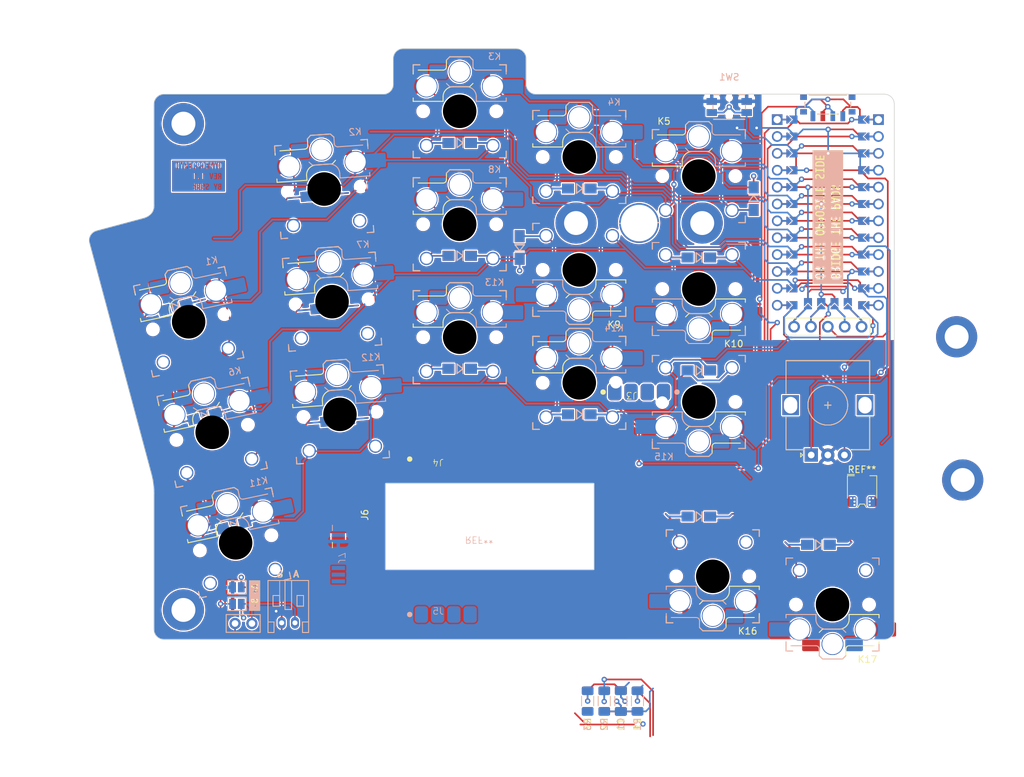
<source format=kicad_pcb>
(kicad_pcb (version 20221018) (generator pcbnew)
  (layers (0 "F.Cu" signal) (31 "B.Cu" signal) (34 "B.Paste" user) (35 "F.Paste" user) (36 "B.SilkS" user "B.Silkscreen") (37 "F.SilkS" user "F.Silkscreen") (38 "B.Mask" user) (39 "F.Mask" user) (44 "Edge.Cuts" user))
  (net 0 "")
  (net 1 "GND")
  (net 2 "RESET")
  (net 3 "COL0")
  (net 4 "COL1")
  (net 5 "COL2")
  (net 6 "COL3")
  (net 7 "COL4")
  (net 8 "VCC")
  (net 9 "ROW0")
  (net 10 "ROW1")
  (net 11 "ROW2")
  (net 12 "ROW3")
  (net 13 "MOSI")
  (net 14 "SCK")
  (net 15 "unconnected-(U1-4{slash}D4-Pad7)")
  (net 16 "TP_PCB_RESET")
  (net 17 "DISP_CS{slash}MOSI")
  (net 18 "DISP_GND{slash}SCK")
  (net 19 "DISP_SCK{slash}GND")
  (net 20 "DISP_MOSI{slash}CS")
  (net 21 "CS")
  (net 22 "ENC_A")
  (net 23 "ENC_B")
  (net 24 "VBAT")
  (net 25 "BAT+")
  (net 27 "Net-(J3-Pin_1)")
  (net 28 "Net-(J3-Pin_2)")
  (net 29 "Net-(J3-Pin_3)")
  (net 30 "Net-(J3-Pin_4)")
  (net 31 "Net-(D1-A)")
  (net 32 "Net-(D2-A)")
  (net 33 "Net-(D3-A)")
  (net 34 "Net-(D4-A)")
  (net 35 "Net-(D5-A)")
  (net 36 "Net-(D6-A)")
  (net 37 "Net-(D7-A)")
  (net 38 "Net-(D8-A)")
  (net 39 "Net-(D9-A)")
  (net 40 "Net-(D10-A)")
  (net 41 "Net-(D11-A)")
  (net 42 "Net-(D12-A)")
  (net 43 "Net-(D13-A)")
  (net 44 "Net-(D14-A)")
  (net 45 "Net-(D15-A)")
  (net 46 "Net-(D16-A)")
  (net 47 "Net-(D17-A)")
  (net 48 "TP_DATA")
  (net 49 "TP_CLK")
  (net 50 "unconnected-(U1-5{slash}C6-Pad8)")
  (net 51 "BAT2")
  (net 52 "BAT1")
  (footprint "hyperpotato:R_reversible" (layer "F.Cu") (at 124.374939 127.118968 -90)
    (fp_text reference "R2")
    (fp_text value "4.7k" hide)
  )
  (footprint "hyperpotato:Diode_SOD123" (layer "F.Cu") (at 84.21894 84.896609 -175)
    (fp_text reference "D12" hide)
    (fp_text value "D_Small" hide)
  )
  (footprint "kibuzzard-65B49B7B" (layer "F.Cu") (at 158.030949 54.284575 90)
    (fp_text reference "kibuzzard-65B49B7B" hide)
    (fp_text value "G***" hide)
  )
  (footprint "hyperpotato:Diode_SOD123" (layer "F.Cu") (at 146.863646 51.489555 -90)
    (fp_text reference "D5" hide)
    (fp_text value "D_Small" hide)
  )
  (footprint "hyperpotato:Diode_SOD123" (layer "F.Cu") (at 64.229044 84.259028 -165)
    (fp_text reference "D6" hide)
    (fp_text value "D_Small" hide)
  )
  (footprint "hyperpotato:V1_V2_HS_reversible_plated" (layer "F.Cu") (at 140.709862 108.339552)
    (fp_text reference "K16")
    (fp_text value "SW_Push")
  )
  (footprint "hyperpotato:Diode_SOD123" (layer "F.Cu") (at 138.613647 77.339551 180)
    (fp_text reference "D15" hide)
    (fp_text value "D_Small" hide)
  )
  (footprint "kibuzzard-65CD7866" (layer "F.Cu") (at 63.293107 48.089837)
    (fp_text reference "kibuzzard-65CD7866" hide)
    (fp_text value "G***" hide)
  )
  (footprint "hyperpotato:Diode_SOD123" (layer "F.Cu") (at 81.255277 51.021081 -175)
    (fp_text reference "D2" hide)
    (fp_text value "D_Small" hide)
  )
  (footprint "hyperpotato:JST_PH_S2B-PH-K_1x02_P2.00mm_Horizontal" (layer "F.Cu") (at 77.812764 115.339837 180)
    (fp_text reference "J2" hide)
    (fp_text value "Conn_01x02_Socket" hide)
  )
  (footprint "ssbb_parts:ProMicro_unrouted_flipped" (layer "F.Cu") (at 158.030949 53.558476 -90)
    (fp_text reference "U1" hide)
    (fp_text value "ProMicro" hide)
  )
  (footprint "hyperpotato:V1_V2_HS_reversible_plated" (layer "F.Cu") (at 138.613656 65.089578)
    (fp_text reference "K10")
    (fp_text value "SW_Push")
  )
  (footprint "hyperpotato:Diode_SOD123" (layer "F.Cu") (at 102.613651 43.099567 180)
    (fp_text reference "D3" hide)
    (fp_text value "D_Small" hide)
  )
  (footprint "hyperpotato:R_reversible" (layer "F.Cu") (at 121.874937 127.118963 90)
    (fp_text reference "R3")
    (fp_text value "100k" hide)
  )
  (footprint "hyperpotato:Trackpoint_Connector" (layer "F.Cu") (at 100.509862 90.739552 90)
    (fp_text reference "J4")
    (fp_text value "Conn_01x04")
  )
  (footprint "hyperpotato:PinHeader_1x02_P2.54mm_Vertical" (layer "F.Cu") (at 71.333099 115.439575 -90)
    (fp_text reference "J1" hide)
    (fp_text value "Conn_01x02_Socket" hide)
  )
  (footprint "hyperpotato:Diode_SOD123" (layer "F.Cu") (at 102.613645 77.089563 180)
    (fp_text reference "D13" hide)
    (fp_text value "D_Small" hide)
  )
  (footprint "Jumper:SolderJumper-2_P1.3mm_Open_Pad1.0x1.5mm" (layer "F.Cu") (at 69.080951 112.489576 180)
    (fp_text reference "JP5" hide)
    (fp_text value "Jumper_2_Open")
  )
  (footprint "ssbb_parts:nice_view" (layer "F.Cu") (at 158.030949 54.284575)
    (fp_text reference "Display1" hide)
    (fp_text value "nice!view" hide)
  )
  (footprint "hyperpotato:Trackpoint_PCB_Connector" (layer "F.Cu") (at 84.334862 99.089552 -90)
    (fp_text reference "J6")
    (fp_text value "Conn_01x12_Socket")
  )
  (footprint "hyperpotato:Diode_SOD123" (layer "F.Cu") (at 111.638261 58.839551 90)
    (fp_text reference "D9" hide)
    (fp_text value "D_Small" hide)
  )
  (footprint "hyperpotato:C_reversible" (layer "F.Cu") (at 126.874943 127.118963 90)
    (fp_text reference "C1")
    (fp_text value "2.2uF" hide)
  )
  (footprint "ssbb_parts:SW_SPDT_PCM12_reversible" (layer "F.Cu") (at 158.030949 37.644576 180)
    (fp_text reference "SW2" hide)
    (fp_text value "SW_SPDT" hide)
  )
  (footprint "PCM_marbastlib-various:Molex_Pico-EZmate_78171-0002_1x02-1MP_P1.20mm_Vertical" (layer "F.Cu") (at 163.184862 95.339552)
    (fp_text reference "REF**")
    (fp_text value "Molex_Pico-EZmate_78171-0002_1x02-1MP_P1.20mm_Vertical")
  )
  (footprint "hyperpotato:Diode_SOD123" (layer "F.Cu") (at 68.630413 100.685281 -165)
    (fp_text reference "D11" hide)
    (fp_text value "D_Small" hide)
  )
  (footprint "hyperpotato:Diode_SOD123" (layer "F.Cu") (at 59.825403 67.824433 -165)
    (fp_text reference "D1" hide)
    (fp_text value "D_Small" hide)
  )
  (footprint "Jumper:SolderJumper-2_P1.3mm_Open_Pad1.0x1.5mm" (layer "F.Cu") (at 69.080952 109.989579 180)
    (fp_text reference "JP7" hide)
    (fp_text value "Jumper_2_Open")
  )
  (footprint "hyperpotato:RotaryEncoder_Alps_EC12E_Vertical_H20mm" (layer "F.Cu") (at 155.530949 90.078476 90)
    (fp_text reference "SW3" hide)
    (fp_text value "RotaryEncoder" hide)
  )
  (footprint "hyperpotato:Diode_SOD123" (layer "F.Cu") (at 102.61364 60.089561 180)
    (fp_text reference "D8" hide)
    (fp_text value "D_Small" hide)
  )
  (footprint "hyperpotato:Diode_SOD123" (layer "F.Cu") (at 82.736867 67.956408 -175)
    (fp_text reference "D7" hide)
    (fp_text value "D_Small" hide)
  )
  (footprint "hyperpotato:V1_V2_HS_reversible_plated" (layer "F.Cu") (at 158.738647 112.589552)
    (fp_text reference "K17")
    (fp_text value "SW_Push")
  )
  (footprint "hyperpotato:Diode_SOD123" (layer "F.Cu") (at 156.613647 103.589552 180)
    (fp_text reference "D17" hide)
    (fp_text value "D_Small" hide)
  )
  (footprint "hyperpotato:Diode_SOD123" (layer "F.Cu") (at 120.613651 83.964565 180)
    (fp_text reference "D14" hide)
    (fp_text value "D_Small" hide)
  )
  (footprint "hyperpotato:V1_V2_HS_reversible_plated" (layer "F.Cu") (at 138.613648 48.089566 180)
    (fp_text reference "K5")
    (fp_text value "SW_Push")
  )
  (footprint "hyperpotato:Trackpoint_Connector_Reversible" (layer "F.Cu") (at 129.623648 80.652057 90)
    (fp_text reference "J3")
    (fp_text value "Conn_01x04")
  )
  (footprint "hyperpotato:R_reversible" (layer "F.Cu") (at 129.374939 127.118971 -90)
    (fp_text reference "R1")
    (fp_text value "4.7k" hide)
  )
  (footprint "hyperpotato:trackpoint_mount_t430" (layer "F.Cu") (at 129.62365 55.15957 -90)
    (fp_text reference "TP1" hide)
    (fp_text value "")
  )
  (footprint "hyperpotato:Diode_SOD123" (layer "F.Cu") (at 138.613647 99.339552 180)
    (fp_text reference "D16" hide)
    (fp_text value "D_Small" hide)
  )
  (footprint "hyperpotato:Diode_SOD123" (layer "F.Cu") (at 120.613638 49.959569 180)
    (fp_text reference "D4" hide)
    (fp_text value "D_Small" hide)
  )
  (footprint "hyperpotato:V1_V2_HS_reversible_plated" (layer "F.Cu") (at 120.613654 62.209555)
    (fp_text reference "K9")
    (fp_text value "SW_Push")
  )
  (footprint "kibuzzard-65B4826D" (layer "F.Cu") (at 71.73095 111.239575 90)
    (fp_text reference "kibuzzard-65B4826D" hide)
    (fp_text value "G***" hide)
  )
  (footprint "hyperpotato:V1_V2_HS_reversible_plated" (layer "B.Cu") (at 68.884039 103.300739 12)
    (fp_text reference "K11")
    (fp_text value "SW_Push")
  )
  (footprint "hyperpotato:Trackpoint_PCB_Connector" (layer "B.Cu") (at 84.334862 105.589552 90)
    (fp_text reference "J7")
    (fp_text value "Conn_01x12_Socket")
  )
  (footprint "Jumper:SolderJumper-2_P1.3mm_Open_Pad1.0x1.5mm" (layer "B.Cu") (at 69.080951 112.489576 180)
    (fp_text reference "JP6" hide)
    (fp_text value "Jumper_2_Open")
  )
  (footprint "kibuzzard-65B482C9" (layer "B.Cu") (at 71.73095 111.239575 -90)
    (fp_text reference "kibuzzard-65B482C9" hide)
    (fp_text value "G***" hide)
  )
  (footprint "kibuzzard-65CD786D" (layer "B.Cu") (at 63.293107 48.089837 180)
    (fp_text reference "kibuzzard-65CD786D" hide)
    (fp_text value "G***" hide)
  )
  (footprint "hyperpotato:V1_V2_HS_reversible_plated" (layer "B.Cu") (at 65.348379 86.66665 12)
    (fp_text reference "K6")
    (fp_text value "SW_Push")
  )
  (footprint "hyperpotato:MountingHole_SolderNut" (layer "B.Cu") (at 61.024194 113.40022 180)
    (fp_text reference "H2" hide)
    (fp_text value "MountingHole" hide)
  )
  (footprint "hyperpotato:MountingHole_SolderNut" (layer "B.Cu") (at 61.024194 40.198908 180)
    (fp_text reference "H1" hide)
    (fp_text value "MountingHole" hide)
  )
  (footprint "hyperpotato:V1_V2_HS_reversible_plated" (layer "B.Cu") (at 84.584862 83.961635 4)
    (fp_text reference "K12")
    (fp_text value "SW_Push")
  )
  (footprint "hyperpotato:V1_V2_HS_reversible_plated_alt" (layer "B.Cu") (at 138.613647 82.089552 180)
    (fp_text reference "K15")
    (fp_text value "SW_Push")
  )
  (footprint "hyperpotato:V1_V2_HS_reversible_plated" (layer "B.Cu") (at 120.613648 79.214566)
    (fp_text reference "K14")
    (fp_text value "SW_Push")
  )
  (footprint "hyperpotato:Panasonic_EVQPUL_EVQPUC" (layer "B.Cu") (at 143.180952 37.689578 180)
    (fp_text reference "SW1")
    (fp_text value "SW_Push")
  )
  (footprint "ssbb_parts:solder_jumper_reversible" (layer "B.Cu") (at 161.03865 66.930578 180)
    (fp_text reference "JP4" hide)
    (fp_text value "SolderJumper_3_Open" hide)
  )
  (footprint "ssbb_parts:solder_jumper_reversible" (layer "B.Cu") (at 155.038654 66.930573 180)
    (fp_text reference "JP1" hide)
    (fp_text value "SolderJumper_3_Open" hide)
  )
  (footprint "Jumper:SolderJumper-2_P1.3mm_Open_Pad1.0x1.5mm" (layer "B.Cu") (at 69.080952 109.989579 180)
    (fp_text reference "JP8" hide)
    (fp_text value "Jumper_2_Open")
  )
  (footprint "hyperpotato:V1_V2_HS_reversible_plated" (layer "B.Cu") (at 83.398661 66.998157 4)
    (fp_text reference "K7")
    (fp_text value "SW_Push")
  )
  (footprint "hyperpotato:Trackpoint_Connector" (layer "B.Cu") (at 100.509862 114.039552 -90)
    (fp_text reference "J5")
    (fp_text value "Conn_01x04")
  )
  (footprint "hyperpotato:V1_V2_HS_reversible_plated" (layer "B.Cu") (at 102.613637 55.339564)
    (fp_text reference "K8")
    (fp_text value "SW_Push")
  )
  (footprint "ssbb_parts:solder_jumper_reversible" (layer "B.Cu") (at 159.038655 66.930578 180)
    (fp_text reference "JP3" hide)
    (fp_text value "SolderJumper_3_Open" hide)
  )
  (footprint "hyperpotato:V1_V2_HS_reversible_plated" (layer "B.Cu") (at 120.613635 45.209569)
    (fp_text reference "K4")
    (fp_text value "SW_Push")
  )
  (footprint "ssbb_parts:solder_jumper_reversible" (layer "B.Cu") (at 157.038649 66.930575 180)
    (fp_text reference "JP2" hide)
    (fp_text value "SolderJumper_3_Open" hide)
  )
  (footprint "hyperpotato:Trackpont_PCB" (layer "B.Cu") (at 105.534862 102.339552)
    (fp_text reference "REF**")
    (fp_text value "Trackpont_PCB")
  )
  (footprint "kibuzzard-65B49B7B" (layer "B.Cu") (at 158.030949 54.284575 90)
    (fp_text reference "kibuzzard-65B49B7B" hide)
    (fp_text value "G***" hide)
  )
  (footprint "hyperpotato:V1_V2_HS_reversible_plated" (layer "B.Cu") (at 82.212863 50.039552 4)
    (fp_text reference "K2")
    (fp_text value "SW_Push")
  )
  (footprint "hyperpotato:MountingHole_SolderNut" (layer "B.Cu") (at 178.334862 93.839552 180)
    (fp_text reference "H3" hide)
    (fp_text value "MountingHole" hide)
  )
  (footprint "hyperpotato:MountingHole_SolderNut" (layer "B.Cu") (at 177.420949 72.278476 180)
    (fp_text reference "H4" hide)
    (fp_text value "MountingHole" hide)
  )
  (footprint "hyperpotato:V1_V2_HS_reversible_plated" (layer "B.Cu") (at 102.613648 38.334569)
    (fp_text reference "K3")
    (fp_text value "SW_Push")
  )
  (footprint "hyperpotato:V1_V2_HS_reversible_plated" (layer "B.Cu") (at 61.810895 70.024107 12)
    (fp_text reference "K1")
    (fp_text value "SW_Push")
  )
  (footprint "hyperpotato:Diode_SOD123" (layer "B.Cu") (at 138.613649 60.339576 180)
    (fp_text reference "D10" hide)
    (fp_text value "D_Small" hide)
  )
  (footprint "hyperpotato:V1_V2_HS_reversible_plated" (layer "B.Cu") (at 102.613645 72.339571)
    (fp_text reference "K13")
    (fp_text value "SW_Push")
  )
  (gr_arc (start 114.11364 35.759568) (mid 113.053012 35.320177) (end 112.613644 34.259563) (stroke (width 0.1)) (layer "Edge.Cuts"))
  (gr_line (start 46.879152 58.145362) (end 56.196627 92.918693) (stroke (width 0.1)) (layer "Edge.Cuts"))
  (gr_line (start 168.034061 37.259569) (end 168.034059 116.339552) (stroke (width 0.1)) (layer "Edge.Cuts"))
  (gr_arc (start 56.584863 37.259563) (mid 57.024165 36.198873) (end 58.084859 35.759564) (stroke (width 0.1)) (layer "Edge.Cuts"))
  (gr_arc (start 168.034059 116.339552) (mid 167.594719 117.400212) (end 166.534059 117.839552) (stroke (width 0.1)) (layer "Edge.Cuts"))
  (gr_arc (start 111.113641 28.899567) (mid 112.174367 29.338852) (end 112.613648 30.399564) (stroke (width 0.1)) (layer "Edge.Cuts"))
  (gr_curve (pts (xy 56.19663 92.917587) (xy 56.336485 93.480511) (xy 56.583974 94.418695) (xy 56.584857 95.867583)) (stroke (width 0.1)) (layer "Edge.Cuts"))
  (gr_line (start 56.584866 52.489845) (end 56.584863 37.259563) (stroke (width 0.1)) (layer "Edge.Cuts"))
  (gr_line (start 94.113649 28.899558) (end 111.113641 28.899567) (stroke (width 0.1)) (layer "Edge.Cuts"))
  (gr_arc (start 58.084862 117.839552) (mid 57.024183 117.400232) (end 56.584856 116.339556) (stroke (width 0.1)) (layer "Edge.Cuts"))
  (gr_line (start 56.584857 95.867583) (end 56.584856 116.339556) (stroke (width 0.1)) (layer "Edge.Cuts"))
  (gr_line (start 58.084859 35.759564) (end 91.113648 35.759567) (stroke (width 0.1)) (layer "Edge.Cuts"))
  (gr_arc (start 166.534057 35.75957) (mid 167.594743 36.19889) (end 168.034061 37.259569) (stroke (width 0.1)) (layer "Edge.Cuts"))
  (gr_rect (start 91.434862 94.339552) (end 122.834862 107.339552) (stroke (width 0.1)) (fill none) (layer "Edge.Cuts"))
  (gr_arc (start 46.879152 58.145362) (mid 47.029079 57.007185) (end 47.939804 56.308249) (stroke (width 0.1)) (layer "Edge.Cuts"))
  (gr_line (start 92.613647 30.399561) (end 92.613646 34.259568) (stroke (width 0.1)) (layer "Edge.Cuts"))
  (gr_line (start 114.11364 35.759568) (end 166.53406 35.759571) (stroke (width 0.1)) (layer "Edge.Cuts"))
  (gr_line (start 166.534059 117.839552) (end 58.084862 117.839552) (stroke (width 0.1)) (layer "Edge.Cuts"))
  (gr_arc (start 92.613646 34.259568) (mid 92.174239 35.320158) (end 91.113648 35.759567) (stroke (width 0.1)) (layer "Edge.Cuts"))
  (gr_line (start 47.939804 56.308249) (end 55.135949 54.380046) (stroke (width 0.1)) (layer "Edge.Cuts"))
  (gr_curve (pts (xy 55.134861 54.380046) (xy 56.224177 53.989843) (xy 56.600251 53.339657) (xy 56.584866 52.489845)) (stroke (width 0.1)) (layer "Edge.Cuts"))
  (gr_line (start 112.613648 30.399564) (end 112.613644 34.259563) (stroke (width 0.1)) (layer "Edge.Cuts"))
  (gr_arc (start 92.613647 30.399561) (mid 93.053069 29.338983) (end 94.113649 28.899558) (stroke (width 0.1)) (layer "Edge.Cuts"))
  (gr_text "A  B" (at 78.463652 108.589837) (layer "B.SilkS") (effects (font (size 1 1)) (justify left bottom mirror)))
  (gr_text "B  A" (at 74.963647 108.589838) (layer "F.SilkS") (effects (font (size 1 1)) (justify left bottom)))
  (segment (start 157.038647 66.714577) (end 158.113647 67.789578) (width 0.25) (layer "F.Cu") (net 1))
  (segment (start 153.250141 44.668477) (end 153.250145 47.208474) (width 0.25) (layer "F.Cu") (net 1))
  (segment (start 158.076144 44.668474) (end 153.250141 44.668477) (width 0.25) (layer "F.Cu") (net 1))
  (segment (start 156.829649 70.123578) (end 156.829649 73.594765) (width 0.25) (layer "F.Cu") (net 1))
  (segment (start 158.113649 68.839578) (end 156.829649 70.123578) (width 0.25) (layer "F.Cu") (net 1))
  (segment (start 161.832146 41.058473) (end 162.902148 42.128472) (width 0.25) (layer "F.Cu") (net 1))
  (segment (start 158.076148 41.058476) (end 161.832146 41.058473) (width 0.25) (layer "F.Cu") (net 1))
  (segment (start 158.113647 67.789578) (end 158.113649 68.839578) (width 0.25) (layer "F.Cu") (net 1))
  (via (at 147.313643 40.83958) (size 0.8) (drill 0.4) (layers "F.Cu" "B.Cu") (net 1))
  (via (at 158.113649 68.839578) (size 0.8) (drill 0.4) (layers "F.Cu" "B.Cu") (net 1))
  (via (at 158.076144 44.668474) (size 0.8) (drill 0.4) (layers "F.Cu" "B.Cu") (net 1))
  (via (at 74.980946 113.589579) (size 0.8) (drill 0.4) (layers "F.Cu" "B.Cu") (net 1))
  (via (at 144.363646 40.839552) (size 0.8) (drill 0.4) (layers "F.Cu" "B.Cu") (net 1))
  (via (at 130.199934 130.569512) (size 0.8) (drill 0.4) (layers "F.Cu" "B.Cu") (net 1))
  (via (at 158.076148 41.058476) (size 0.8) (drill 0.4) (layers "F.Cu" "B.Cu") (net 1))
  (segment (start 147.313643 40.83958) (end 151.916051 40.839577) (width 0.25) (layer "B.Cu") (net 1))
  (segment (start 154.32015 41.058478) (end 153.250148 42.128476) (width 0.25) (layer "B.Cu") (net 1))
  (segment (start 158.076148 41.058476) (end 154.32015 41.058478) (width 0.25) (layer "B.Cu") (net 1))
  (segment (start 158.076148 41.058476) (end 158.076144 44.668474) (width 0.25) (layer "B.Cu") (net 1))
  (segment (start 151.916051 40.839577) (end 153.204954 42.128473) (width 0.25) (layer "B.Cu") (net 1))
  (segment (start 158.113654 67.639583) (end 159.038658 66.714578) (width 0.25) (layer "B.Cu") (net 1))
  (segment (start 158.076144 44.668474) (end 162.902148 44.668476) (width 0.25) (layer "B.Cu") (net 1))
  (segment (start 162.902148 44.668476) (end 162.902149 47.208477) (width 0.25) (layer "B.Cu") (net 1))
  (segment (start 158.113649 68.839578) (end 158.113654 67.639583) (width 0.25) (layer "B.Cu") (net 1))
  (segment (start 154.076143 43.558475) (end 161.792148 43.558474) (width 0.25) (layer "F.Cu") (net 2))
  (segment (start 140.555948 38.539575) (end 142.330953 38.539578) (width 0.25) (layer "F.Cu") (net 2))
  (segment (start 144.030952 38.539578) (end 143.180952 37.689578) (width 0.25) (layer "F.Cu") (net 2))
  (segment (start 145.805952 38.539579) (end 144.030952 38.539578) (width 0.25) (layer "F.Cu") (net 2))
  (segment (start 161.792148 43.558474) (end 162.902148 44.668476) (width 0.25) (layer "F.Cu") (net 2))
  (segment (start 142.330953 38.539578) (end 143.180952 37.689578) (width 0.25) (layer "F.Cu") (net 2))
  (via (at 154.076143 43.558475) (size 0.8) (drill 0.4) (layers "F.Cu" "B.Cu") (net 2))
  (via (at 143.180952 37.689578) (size 0.8) (drill 0.4) (layers "F.Cu" "B.Cu") (net 2))
  (segment (start 142.330953 38.539578) (end 140.555948 38.539575) (width 0.25) (layer "B.Cu") (net 2))
  (segment (start 146.813649 42.289553) (end 148.513646 42.289551) (width 0.25) (layer "B.Cu") (net 2))
  (segment (start 144.030952 38.539578) (end 145.805952 38.539579) (width 0.25) (layer "B.Cu") (net 2))
  (segment (start 143.180952 37.689578) (end 144.030952 38.539578) (width 0.25) (layer "B.Cu") (net 2))
  (segment (start 145.805952 38.539579) (end 145.805952 41.281857) (width 0.25) (layer "B.Cu") (net 2))
  (segment (start 143.180952 37.689578) (end 142.330953 38.539578) (width 0.25) (layer "B.Cu") (net 2))
  (segment (start 151.926054 43.389576) (end 153.204949 44.668473) (width 0.25) (layer "B.Cu") (net 2))
  (segment (start 145.805952 41.281857) (end 146.813649 42.289553) (width 0.25) (layer "B.Cu") (net 2))
  (segment (start 149.613674 43.389578) (end 151.926054 43.389576) (width 0.25) (layer "B.Cu") (net 2))
  (segment (start 148.513646 42.289551) (end 149.613674 43.389578) (width 0.25) (layer "B.Cu") (net 2))
  (segment (start 153.250148 44.384479) (end 154.076143 43.558475) (width 0.25) (layer "B.Cu") (net 2))
  (segment (start 69.857652 76.486003) (end 72.99154 88.181836) (width 0.25) (layer "F.Cu") (net 3))
  (segment (start 62.455068 58.31997) (end 65.454018 60.051416) (width 0.25) (layer "F.Cu") (net 3))
  (segment (start 161.668469 58.719993) (end 162.856952 59.908475) (width 0.25) (layer "F.Cu") (net 3))
  (segment (start 65.454018 60.051416) (end 68.590152 71.755618) (width 0.25) (layer "F.Cu") (net 3))
  (segment (start 68.590152 71.755618) (end 66.858706 74.754561) (width 0.25) (layer "F.Cu") (net 3))
  (segment (start 66.858706 74.754561) (end 69.857652 76.486003) (width 0.25) (layer "F.Cu") (net 3))
  (segment (start 154.07361 58.719994) (end 161.668469 58.719993) (width 0.25) (layer "F.Cu") (net 3))
  (segment (start 72.99154 88.181836) (end 71.260081 91.180818) (width 0.25) (layer "F.Cu") (net 3))
  (via (at 154.07361 58.719994) (size 0.8) (drill 0.4) (layers "F.Cu" "B.Cu") (net 3))
  (segment (start 128.463645 50.339551) (end 133.190854 50.339551) (width 0.25) (layer "B.Cu") (net 3))
  (segment (start 153.204952 59.588652) (end 154.07361 58.719994) (width 0.25) (layer "B.Cu") (net 3))
  (segment (start 92.689467 41.859424) (end 109.562763 41.859421) (width 0.25) (layer "B.Cu") (net 3))
  (segment (start 112.77365 48.509567) (end 126.633662 48.509566) (width 0.25) (layer "B.Cu") (net 3))
  (segment (start 148.307345 57.778476) (end 142.670949 57.778476) (width 0.25) (layer "B.Cu") (net 3))
  (segment (start 135.120949 58.09208) (end 135.120949 56.778476) (width 0.25) (layer "B.Cu") (net 3))
  (segment (start 133.190854 50.339551) (end 135.120949 52.269646) (width 0.25) (layer "B.Cu") (net 3))
  (segment (start 69.556315 56.259487) (end 69.556318 50.259485) (width 0.25) (layer "B.Cu") (net 3))
  (segment (start 142.670949 57.778476) (end 141.670949 58.778476) (width 0.25) (layer "B.Cu") (net 3))
  (segment (start 135.120949 56.778476) (end 135.120949 57.09208) (width 0.25) (layer "B.Cu") (net 3))
  (segment (start 149.218423 58.689554) (end 148.307345 57.778476) (width 0.25) (layer "B.Cu") (net 3))
  (segment (start 110.373653 46.109568) (end 112.77365 48.509567) (width 0.25) (layer "B.Cu") (net 3))
  (segment (start 69.556318 50.259485) (end 70.365998 49.449802) (width 0.25) (layer "B.Cu") (net 3))
  (segment (start 68.335703 57.4801) (end 69.556315 56.259487) (width 0.25) (layer "B.Cu") (net 3))
  (segment (start 70.365998 49.449802) (end 85.099086 49.449803) (width 0.25) (layer "B.Cu") (net 3))
  (segment (start 85.099086 49.449803) (end 92.689467 41.859424) (width 0.25) (layer "B.Cu") (net 3))
  (segment (start 135.120949 52.269646) (end 135.120949 56.778476) (width 0.25) (layer "B.Cu") (net 3))
  (segment (start 65.589498 57.480101) (end 68.335703 57.4801) (width 0.25) (layer "B.Cu") (net 3))
  (segment (start 151.98603 58.689554) (end 149.218423 58.689554) (width 0.25) (layer "B.Cu") (net 3))
  (segment (start 141.670949 58.778476) (end 135.807345 58.778476) (width 0.25) (layer "B.Cu") (net 3))
  (segment (start 153.20495 59.908473) (end 151.98603 58.689554) (width 0.25) (layer "B.Cu") (net 3))
  (segment (start 109.562763 41.859421) (end 110.37365 42.670306) (width 0.25) (layer "B.Cu") (net 3))
  (segment (start 135.807345 58.778476) (end 135.120949 58.09208) (width 0.25) (layer "B.Cu") (net 3))
  (segment (start 126.633662 48.509566) (end 128.463645 50.339551) (width 0.25) (layer "B.Cu") (net 3))
  (segment (start 110.37365 42.670306) (end 110.373653 46.109568) (width 0.25) (layer "B.Cu") (net 3))
  (segment (start 85.495434 42.117649) (end 87.968487 44.192783) (width 0.25) (layer "F.Cu") (net 4))
  (segment (start 161.59214 56.058475) (end 162.902147 57.368479) (width 0.25) (layer "F.Cu") (net 4))
  (segment (start 89.450136 61.128165) (end 90.53429 73.52005) (width 0.25) (layer "F.Cu") (net 4))
  (segment (start 86.977023 59.052979) (end 89.450136 61.128165) (width 0.25) (layer "F.Cu") (net 4))
  (segment (start 87.968487 44.192783) (end 89.052217 56.579861) (width 0.25) (layer "F.Cu") (net 4))
  (segment (start 154.076146 56.058475) (end 161.59214 56.058475) (width 0.25) (layer "F.Cu") (net 4))
  (segment (start 90.53429 73.52005) (end 88.459093 75.993173) (width 0.25) (layer "F.Cu") (net 4))
  (segment (start 89.052217 56.579861) (end 86.977023 59.052979) (width 0.25) (layer "F.Cu") (net 4))
  (via (at 154.076146 56.058475) (size 0.8) (drill 0.4) (layers "F.Cu" "B.Cu") (net 4))
  (segment (start 126.820057 48.059567) (end 128.600041 49.839551) (width 0.25) (layer "B.Cu") (net 4))
  (segment (start 153.25015 57.368476) (end 153.25014 56.884475) (width 0.25) (layer "B.Cu") (net 4))
  (segment (start 149.120949 56.128476) (end 151.964949 56.128476) (width 0.25) (layer "B.Cu") (net 4))
  (segment (start 153.25014 56.884475) (end 154.076146 56.058475) (width 0.25) (layer "B.Cu") (net 4))
  (segment (start 109.862769 41.409424) (end 110.862767 42.409421) (width 0.25) (layer "B.Cu") (net 4))
  (segment (start 110.862767 42.409421) (end 110.862765 45.962285) (width 0.25) (layer "B.Cu") (net 4))
  (segment (start 151.964949 56.128476) (end 153.204949 57.368476) (width 0.25) (layer "B.Cu") (net 4))
  (segment (start 135.216176 51.728476) (end 148.120949 51.728476) (width 0.25) (layer "B.Cu") (net 4))
  (segment (start 133.327251 49.839551) (end 135.216176 51.728476) (width 0.25) (layer "B.Cu") (net 4))
  (segment (start 148.520949 52.128476) (end 148.520949 55.528476) (width 0.25) (layer "B.Cu") (net 4))
  (segment (start 128.600041 49.839551) (end 133.327251 49.839551) (width 0.25) (layer "B.Cu") (net 4))
  (segment (start 148.520949 55.528476) (end 149.120949 56.128476) (width 0.25) (layer "B.Cu") (net 4))
  (segment (start 110.862765 45.962285) (end 112.960044 48.059566) (width 0.25) (layer "B.Cu") (net 4))
  (segment (start 112.960044 48.059566) (end 126.820057 48.059567) (width 0.25) (layer "B.Cu") (net 4))
  (segment (start 148.120949 51.728476) (end 148.520949 52.128476) (width 0.25) (layer "B.Cu") (net 4))
  (segment (start 89.153496 41.409423) (end 109.862769 41.409424) (width 0.25) (layer "B.Cu") (net 4))
  (segment (start 109.613643 49.589555) (end 107.613641 51.589564) (width 0.25) (layer "F.Cu") (net 5))
  (segment (start 161.632144 53.55848) (end 162.902144 54.828473) (width 0.25) (layer "F.Cu") (net 5))
  (segment (start 109.863645 53.839574) (end 109.863645 66.339567) (width 0.25) (layer "F.Cu") (net 5))
  (segment (start 107.613637 51.589566) (end 109.863645 53.839574) (width 0.25) (layer "F.Cu") (net 5))
  (segment (start 109.613646 36.599559) (end 109.613643 49.589555) (width 0.25) (layer "F.Cu") (net 5))
  (segment (start 154.076141 53.558476) (end 161.632144 53.55848) (width 0.25) (layer "F.Cu") (net 5))
  (segment (start 107.613649 34.599559) (end 109.613646 36.599559) (width 0.25) (layer "F.Cu") (net 5))
  (segment (start 109.863645 66.339567) (end 107.613644 68.589567) (width 0.25) (layer "F.Cu") (net 5))
  (via (at 154.076141 53.558476) (size 0.8) (drill 0.4) (layers "F.Cu" "B.Cu") (net 5))
  (segment (start 151.954951 53.578476) (end 153.204948 54.828473) (width 0.25) (layer "B.Cu") (net 5))
  (segment (start 113.118512 36.859424) (end 122.083515 36.859421) (width 0.25) (layer "B.Cu") (net 5))
  (segment (start 149.470949 53.578476) (end 151.954951 53.578476) (width 0.25) (layer "B.Cu") (net 5))
  (segment (start 128.786441 49.389551) (end 133.513646 49.389551) (width 0.25) (layer "B.Cu") (net 5))
  (segment (start 133.513646 49.389551) (end 135.402571 51.278476) (width 0.25) (layer "B.Cu") (net 5))
  (segment (start 124.113648 43.589554) (end 124.113646 46.989551) (width 0.25) (layer "B.Cu") (net 5))
  (segment (start 148.970949 53.078476) (end 149.470949 53.578476) (width 0.25) (layer "B.Cu") (net 5))
  (segment (start 127.006453 47.609566) (end 128.786441 49.389551) (width 0.25) (layer "B.Cu") (net 5))
  (segment (start 148.307345 51.278476) (end 148.970949 51.94208) (width 0.25) (layer "B.Cu") (net 5))
  (segment (start 124.113646 46.989551) (end 124.733664 47.609569) (width 0.25) (layer "B.Cu") (net 5))
  (segment (start 123.213647 37.989553) (end 123.213649 42.689552) (width 0.25) (layer "B.Cu") (net 5))
  (segment (start 148.970949 51.94208) (end 148.970949 53.078476) (width 0.25) (layer "B.Cu") (net 5))
  (segment (start 123.213649 42.689552) (end 124.113648 43.589554) (width 0.25) (layer "B.Cu") (net 5))
  (segment (start 110.858649 34.599559) (end 113.118512 36.859424) (width 0.25) (layer "B.Cu") (net 5))
  (segment (start 135.402571 51.278476) (end 148.307345 51.278476) (width 0.25) (layer "B.Cu") (net 5))
  (segment (start 153.250149 54.38448) (end 154.076141 53.558476) (width 0.25) (layer "B.Cu") (net 5))
  (segment (start 124.733664 47.609569) (end 127.006453 47.609566) (width 0.25) (layer "B.Cu") (net 5))
  (segment (start 122.083515 36.859421) (end 123.213647 37.989553) (width 0.25) (layer "B.Cu") (net 5))
  (segment (start 125.701151 82.177057) (end 125.099652 82.177057) (width 0.25) (layer "F.Cu") (net 6))
  (segment (start 123.863643 64.20955) (end 125.613655 65.959557) (width 0.25) (layer "F.Cu") (net 6))
  (segment (start 123.863645 55.339553) (end 123.863643 64.20955) (width 0.25) (layer "F.Cu") (net 6))
  (segment (start 129.613645 86.089551) (end 125.701151 82.177057) (width 0.25) (layer "F.Cu") (net 6))
  (segment (start 125.613632 41.459568) (end 128.113647 43.959581) (width 0.25) (layer "F.Cu") (net 6))
  (segment (start 128.113646 51.089551) (end 123.863645 55.339553) (width 0.25) (layer "F.Cu") (net 6))
  (segment (start 154.076158 51.05848) (end 161.672143 51.058479) (width 0.25) (layer "F.Cu") (net 6))
  (segment (start 123.963649 81.041055) (end 123.96365 77.114563) (width 0.25) (layer "F.Cu") (net 6))
  (segment (start 125.099652 82.177057) (end 123.963649 81.041055) (width 0.25) (layer "F.Cu") (net 6))
  (segment (start 161.672143 51.058479) (end 162.90215 52.288477) (width 0.25) (layer "F.Cu") (net 6))
  (segment (start 128.113647 43.959581) (end 128.113646 51.089551) (width 0.25) (layer "F.Cu") (net 6))
  (segment (start 125.613655 65.959557) (end 125.613654 75.464558) (width 0.25) (layer "F.Cu") (net 6))
  (segment (start 123.96365 77.114563) (end 125.61365 75.464563) (width 0.25) (layer "F.Cu") (net 6))
  (segment (start 129.613649 91.364554) (end 129.613645 86.089551) (width 0.25) (layer "F.Cu") (net 6))
  (via (at 154.076158 51.05848) (size 0.8) (drill 0.4) (layers "F.Cu" "B.Cu") (net 6))
  (via (at 129.613649 91.364554) (size 0.8) (drill 0.4) (layers "F.Cu" "B.Cu") (net 6))
  (segment (start 135.113647 46.589553) (end 136.91363 44.789567) (width 0.25) (layer "B.Cu") (net 6))
  (segment (start 149.107025 51.014552) (end 151.93103 51.014552) (width 0.25) (layer "B.Cu") (net 6))
  (segment (start 136.91363 44.789567) (end 140.047264 44.789566) (width 0.25) (layer "B.Cu") (net 6))
  (segment (start 153.250143 51.884482) (end 154.076158 51.05848) (width 0.25) (layer "B.Cu") (net 6))
  (segment (start 148.520949 47.164872) (end 148.520949 50.428476) (width 0.25) (layer "B.Cu") (net 6))
  (segment (start 144.138645 91.364554) (end 146.390706 93.616609) (width 0.25) (layer "B.Cu") (net 6))
  (segment (start 148.145629 46.789552) (end 148.520949 47.164872) (width 0.25) (layer "B.Cu") (net 6))
  (segment (start 148.520949 50.428476) (end 149.107025 51.014552) (width 0.25) (layer "B.Cu") (net 6))
  (segment (start 130.113646 46.589555) (end 135.113647 46.589553) (width 0.25) (layer "B.Cu") (net 6))
  (segment (start 128.858633 45.334537) (end 130.113646 46.589555) (width 0.25) (layer "B.Cu") (net 6))
  (segment (start 128.858633 41.45957) (end 128.858633 45.334537) (width 0.25) (layer "B.Cu") (net 6))
  (segment (start 129.613649 91.364554) (end 144.138645 91.364554) (width 0.25) (layer "B.Cu") (net 6))
  (segment (start 151.93103 51.014552) (end 153.20495 52.288472) (width 0.25) (layer "B.Cu") (net 6))
  (segment (start 142.04725 46.789552) (end 148.145629 46.789552) (width 0.25) (layer "B.Cu") (net 6))
  (segment (start 140.047264 44.789566) (end 142.04725 46.789552) (width 0.25) (layer "B.Cu") (net 6))
  (segment (start 135.613649 55.778476) (end 135.613649 57.089552) (width 0.25) (layer "F.Cu") (net 7))
  (segment (start 135.613649 55.778476) (end 135.613649 57.471176) (width 0.25) (layer "F.Cu") (net 7))
  (segment (start 146.858656 59.216183) (end 146.858656 68.839579) (width 0.25) (layer "F.Cu") (net 7))
  (segment (start 136.920949 58.778476) (end 141.920949 58.778476) (width 0.25) (layer "F.Cu") (net 7))
  (segment (start 133.613647 44.339564) (end 135.613645 46.339563) (width 0.25) (layer "F.Cu") (net 7))
  (segment (start 147.113647 86.094553) (end 147.113644 69.094569) (width 0.25) (layer "F.Cu") (net 7))
  (segment (start 135.613645 46.339563) (end 135.613649 55.778476) (width 0.25) (layer "F.Cu") (net 7))
  (segment (start 135.613649 57.471176) (end 136.920949 58.778476) (width 0.25) (layer "F.Cu") (net 7))
  (segment (start 145.732025 58.089552) (end 146.858656 59.216183) (width 0.25) (layer "F.Cu") (net 7))
  (segment (start 142.609873 58.089552) (end 145.732025 58.089552) (width 0.25) (layer "F.Cu") (net 7))
  (segment (start 141.920949 58.778476) (end 142.609873 58.089552) (width 0.25) (layer "F.Cu") (net 7))
  (segment (start 161.712153 48.558477) (end 162.902151 49.748478) (width 0.25) (layer "F.Cu") (net 7))
  (segment (start 154.076144 48.558476) (end 161.712153 48.558477) (width 0.25) (layer "F.Cu") (net 7))
  (via (at 154.076144 48.558476) (size 0.8) (drill 0.4) (layers "F.Cu" "B.Cu") (net 7))
  (segment (start 151.946027 48.489551) (end 153.204949 49.748473) (width 0.25) (layer "B.Cu") (net 7))
  (segment (start 133.613647 44.339564) (end 140.23366 44.339568) (width 0.25) (layer "B.Cu") (net 7))
  (segment (start 143.613648 85.839551) (end 146.840705 89.066611) (width 0.25) (layer "B.Cu") (net 7))
  (segment (start 148.970949 48.078476) (end 149.382024 48.489551) (width 0.25) (layer "B.Cu") (net 7))
  (segment (start 142.233646 46.339551) (end 148.332024 46.339551) (width 0.25) (layer "B.Cu") (net 7))
  (segment (start 148.332024 46.339551) (end 148.970949 46.978476) (width 0.25) (layer "B.Cu") (net 7))
  (segment (start 148.970949 46.978476) (end 148.970949 48.078476) (width 0.25) (layer "B.Cu") (net 7))
  (segment (start 153.250145 49.384482) (end 154.076144 48.558476) (width 0.25) (layer "B.Cu") (net 7))
  (segment (start 140.23366 44.339568) (end 142.233646 46.339551) (width 0.25) (layer "B.Cu") (net 7))
  (segment (start 149.382024 48.489551) (end 151.946027 48.489551) (width 0.25) (layer "B.Cu") (net 7))
  (segment (start 166.637082 48.446322) (end 167.056313 48.865554) (width 0.25) (layer "F.Cu") (net 8))
  (segment (start 164.094796 48.446321) (end 166.637082 48.446322) (width 0.25) (layer "F.Cu") (net 8))
  (segment (start 159.525858 72.259489) (end 166.306318 72.259486) (width 0.25) (layer "F.Cu") (net 8))
  (segment (start 126.874941 127.779633) (end 126.87494 128.681465) (width 0.25) (layer "F.Cu") (net 8))
  (segment (start 124.37494 128.668963) (end 129.362438 128.668961) (width 0.25) (layer "F.Cu") (net 8))
  (segment (start 127.863649 92.089554) (end 147.565702 92.089554) (width 0.25) (layer "F.Cu") (net 8))
  (segment (start 166.306318 72.259486) (end 167.056318 71.509488) (width 0.25) (layer "F.Cu") (net 8))
  (segment (start 158.044753 47.208482) (end 162.902136 47.20848) (width 0.25) (layer "F.Cu") (net 8))
  (segment (start 158.030948 70.764578) (end 159.525858 72.259489) (width 0.25) (layer "F.Cu") (net 8))
  (segment (start 162.856948 47.208473) (end 164.094796 48.446321) (width 0.25) (layer "F.Cu") (net 8))
  (segment (start 167.056313 48.865554) (end 167.056318 71.509488) (width 0.25) (layer "F.Cu") (net 8))
  (segment (start 167.056318 76.617801) (end 167.056318 71.509488) (width 0.25) (layer "F.Cu") (net 8))
  (segment (start 166.043441 77.630678) (end 167.056318 76.617801) (width 0.25) (layer "F.Cu") (net 8))
  (segment (start 124.262803 88.488707) (end 127.863649 92.089554) (width 0.25) (layer "F.Cu") (net 8))
  (segment (start 126.244787 127.149475) (end 126.874941 127.779633) (width 0.25) (layer "F.Cu") (net 8))
  (segment (start 158.017149 47.20847) (end 154.826144 47.208474) (width 0.25) (layer "F.Cu") (net 8))
  (via (at 147.565702 92.089554) (size 0.8) (drill 0.4) (layers "F.Cu" "B.Cu") (net 8))
  (via (at 154.826144 47.208474) (size 0.8) (drill 0.4) (layers "F.Cu" "B.Cu") (net 8))
  (via (at 166.043441 77.630678) (size 0.8) (drill 0.4) (layers "F.Cu" "B.Cu") (net 8))
  (via (at 126.244787 127.149475) (size 0.8) (drill 0.4) (layers "F.Cu" "B.Cu") (net 8))
  (segment (start 150.523821 78.425604) (end 149.150952 79.798473) (width 0.25) (layer "B.Cu") (net 8))
  (segment (start 130.635761 128.668961) (end 129.374939 128.668968) (width 0.25) (layer "B.Cu") (net 8))
  (segment (start 131.722157 125.218961) (end 131.228957 125.712167) (width 0.25) (layer "B.Cu") (net 8))
  (segment (start 129.374939 128.668968) (end 124.38744 128.668967) (width 0.25) (layer "B.Cu") (net 8))
  (segment (start 165.248515 78.425604) (end 150.523821 78.425604) (width 0.25) (layer "B.Cu") (net 8))
  (segment (start 126.874941 127.779633) (end 126.244787 127.149475) (width 0.25) (layer "B.Cu") (net 8))
  (segment (start 154.826144 47.208474) (end 154.826143 47.208477) (width 0.25) (layer "B.Cu") (net 8))
  (segment (start 149.150952 79.798473) (end 149.150952 87.521241) (width 0.25) (layer "B.Cu") (net 8))
  (segment (start 166.043441 77.630678) (end 165.248515 78.425604) (width 0.25) (layer "B.Cu") (net 8))
  (segment (start 131.228956 128.075768) (end 130.635761 128.668961) (width 0.25) (layer "B.Cu") (net 8))
  (segment (start 131.228957 125.712167) (end 131.228956 128.075768) (width 0.25) (layer "B.Cu") (net 8))
  (segment (start 154.826143 47.208477) (end 153.250142 47.208482) (width 0.25) (layer "B.Cu") (net 8))
  (segment (start 149.150952 87.521241) (end 147.598141 89.074046) (width 0.25) (layer "B.Cu") (net 8))
  (segment (start 147.598141 89.074046) (end 147.59814 92.057115) (width 0.25) (layer "B.Cu") (net 8))
  (segment (start 126.87494 128.681465) (end 126.874941 127.779633) (width 0.25) (layer "B.Cu") (net 8))
  (segment (start 147.59814 92.057115) (end 147.565702 92.089554) (width 0.25) (layer "B.Cu") (net 8))
  (segment (start 134.863645 51.989566) (end 133.613648 53.239568) (width 0.25) (layer "F.Cu") (net 9))
  (segment (start 122.313637 49.959569) (end 125.213631 49.959572) (width 0.25) (layer "F.Cu") (net 9))
  (segment (start 154.076141 61.158477) (end 154.176144 61.058475) (width 0.25) (layer "F.Cu") (net 9))
  (segment (start 134.863646 49.339555) (end 134.863645 51.989566) (width 0.25) (layer "F.Cu") (net 9))
  (segment (start 161.512146 61.058481) (end 162.902148 62.448479) (width 0.25) (layer "F.Cu") (net 9))
  (segment (start 104.313651 43.099564) (end 107.213657 43.099567) (width 0.25) (layer "F.Cu") (net 9))
  (segment (start 82.948811 50.872917) (end 85.837777 50.620167) (width 0.25) (layer "F.Cu") (net 9))
  (segment (start 61.467476 67.384438) (end 64.268659 66.633866) (width 0.25) (layer "F.Cu") (net 9))
  (segment (start 154.176144 61.058475) (end 161.512146 61.058481) (width 0.25) (layer "F.Cu") (net 9))
  (segment (start 146.863645 48.089551) (end 146.863647 49.789553) (width 0.25) (layer "F.Cu") (net 9))
  (via (at 146.863645 48.089551) (size 0.8) (drill 0.4) (layers "F.Cu" "B.Cu") (net 9))
  (via (at 134.863646 49.339555) (size 0.8) (drill 0.4) (layers "F.Cu" "B.Cu") (net 9))
  (via (at 154.076141 61.158477) (size 0.8) (drill 0.4) (layers "F.Cu" "B.Cu") (net 9))
  (segment (start 142.285363 48.89289) (end 143.182028 49.789555) (width 0.25) (layer "B.Cu") (net 9))
  (segment (start 105.138261 45.699803) (end 109.32749 45.699802) (width 0.25) (layer "B.Cu") (net 9))
  (segment (start 105.41341 45.699805) (end 105.138261 45.699803) (width 0.25) (layer "B.Cu") (net 9))
  (segment (start 122.313637 49.959569) (end 125.213631 49.959572) (width 0.25) (layer "B.Cu") (net 9))
  (segment (start 148.120949 58.228476) (end 148.520949 58.628476) (width 0.25) (layer "B.Cu") (net 9))
  (segment (start 105.41341 45.699805) (end 107.613652 43.499562) (width 0.25) (layer "B.Cu") (net 9))
  (segment (start 106.123652 43.099567) (end 107.213657 43.099567) (width 0.25) (layer "B.Cu") (net 9))
  (segment (start 151.946028 61.189551) (end 153.204949 62.448473) (width 0.25) (layer "B.Cu") (net 9))
  (segment (start 149.082024 61.189551) (end 151.946028 61.189551) (width 0.25) (layer "B.Cu") (net 9))
  (segment (start 134.863646 49.339555) (end 134.863646 47.475949) (width 0.25) (layer "B.Cu") (net 9))
  (segment (start 86.271123 50.983787) (end 91.555106 45.699805) (width 0.25) (layer "B.Cu") (net 9))
  (segment (start 123.613779 52.359425) (end 114.562767 52.359424) (width 0.25) (layer "B.Cu") (net 9))
  (segment (start 134.670949 58.278476) (end 135.620949 59.228476) (width 0.25) (layer "B.Cu") (net 9))
  (segment (start 74.406232 54.659571) (end 72.556316 56.509484) (width 0.25) (layer "B.Cu") (net 9))
  (segment (start 148.520949 60.628476) (end 149.082024 61.189551) (width 0.25) (layer "B.Cu") (net 9))
  (segment (start 143.182028 49.789555) (end 146.863646 49.789555) (width 0.25) (layer "B.Cu") (net 9))
  (segment (start 135.620949 59.228476) (end 141.857345 59.228476) (width 0.25) (layer "B.Cu") (net 9))
  (segment (start 134.670949 54.296869) (end 134.670949 58.278476) (width 0.25) (layer "B.Cu") (net 9))
  (segment (start 91.555106 45.699805) (end 105.138261 45.699803) (width 0.25) (layer "B.Cu") (net 9))
  (segment (start 82.948811 50.872917) (end 85.837777 50.620167) (width 0.25) (layer "B.Cu") (net 9))
  (segment (start 106.123652 43.099567) (end 106.727252 43.099565) (width 0.25) (layer "B.Cu") (net 9))
  (segment (start 141.857345 59.228476) (end 142.857345 58.228476) (width 0.25) (layer "B.Cu") (net 9))
  (segment (start 154.076141 61.158477) (end 153.250148 61.98448) (width 0.25) (layer "B.Cu") (net 9))
  (segment (start 72.556318 65.509485) (end 71.149092 66.916708) (width 0.25) (layer "B.Cu") (net 9))
  (segment (start 133.613648 53.239568) (end 134.670949 54.296869) (width 0.25) (layer "B.Cu") (net 9))
  (segment (start 114.562767 52.359424) (end 113.312767 51.109423) (width 0.25) (layer "B.Cu") (net 9))
  (segment (start 134.863646 47.475949) (end 137.100027 45.239566) (width 0.25) (layer "B.Cu") (net 9))
  (segment (start 104.313651 43.099564) (end 106.123652 43.099567) (width 0.25) (layer "B.Cu") (net 9))
  (segment (start 148.520949 58.628476) (end 148.520949 60.628476) (width 0.25) (layer "B.Cu") (net 9))
  (segment (start 137.100027 45.239566) (end 139.860868 45.239566) (width 0.25) (layer "B.Cu") (net 9))
  (segment (start 142.285363 47.664062) (end 142.285363 48.89289) (width 0.25) (layer "B.Cu") (net 9))
  (segment (start 133.613651 51.398743) (end 133.613648 53.239568) (width 0.25) (layer "B.Cu") (net 9))
  (segment (start 126.043614 50.789553) (end 133.004457 50.789551) (width 0.25) (layer "B.Cu") (net 9))
  (segment (start 113.312765 49.685077) (end 109.32749 45.699802) (width 0.25) (layer "B.Cu") (net 9))
  (segment (start 125.613634 50.35957) (end 123.613779 52.359425) (width 0.25) (layer "B.Cu") (net 9))
  (segment (start 133.004457 50.789551) (end 133.613651 51.398743) (width 0.25) (layer "B.Cu") (net 9))
  (segment (start 86.271123 50.983787) (end 82.59534 54.659572) (width 0.25) (layer "B.Cu") (net 9))
  (segment (start 72.556316 56.509484) (end 72.556318 65.509485) (width 0.25) (layer "B.Cu") (net 9))
  (segment (start 61.467476 67.384438) (end 64.268659 66.633866) (width 0.25) (layer "B.Cu") (net 9))
  (segment (start 82.59534 54.659572) (end 74.406232 54.659571) (width 0.25) (layer "B.Cu") (net 9))
  (segment (start 139.860868 45.239566) (end 142.285363 47.664062) (width 0.25) (layer "B.Cu") (net 9))
  (segment (start 142.857345 58.228476) (end 148.120949 58.228476) (width 0.25) (layer "B.Cu") (net 9))
  (segment (start 71.149092 66.916708) (end 64.758559 66.91671) (width 0.25) (layer "B.Cu") (net 9))
  (segment (start 113.312767 51.109423) (end 113.312765 49.685077) (width 0.25) (layer "B.Cu") (net 9))
  (segment (start 65.871116 83.819033) (end 68.6723 83.06846) (width 0.25) (layer "F.Cu") (net 10))
  (segment (start 153.113654 63.758477) (end 162.532553 63.758479) (width 0.25) (layer "F.Cu") (net 10))
  (segment (start 104.313642 60.089563) (end 106.763647 60.089563) (width 0.25) (layer "F.Cu") (net 10))
  (segment (start 84.430401 67.808245) (end 87.319366 67.555492) (width 0.25) (layer "F.Cu") (net 10))
  (segment (start 162.902147 64.128072) (end 162.902142 64.988478) (width 0.25) (layer "F.Cu") (net 10))
  (segment (start 162.532553 63.758479) (end 162.902147 64.128072) (width 0.25) (layer "F.Cu") (net 10))
  (segment (start 111.638264 62.314938) (end 111.63826 60.539551) (width 0.25) (layer "F.Cu") (net 10))
  (segment (start 140.313647 60.339581) (end 143.213658 60.339577) (width 0.25) (layer "F.Cu") (net 10))
  (segment (start 153.113652 63.758476) (end 153.113654 63.758477) (width 0.25) (layer "F.Cu") (net 10))
  (via (at 153.113652 63.758476) (size 0.8) (drill 0.4) (layers "F.Cu" "B.Cu") (net 10))
  (via (at 111.638264 62.314938) (size 0.8) (drill 0.4) (layers "F.Cu" "B.Cu") (net 10))
  (segment (start 104.313642 60.089563) (end 107.213633 60.089567) (width 0.25) (layer "B.Cu") (net 10))
  (segment (start 111.63826 60.539551) (end 107.663624 60.539551) (width 0.25) (layer "B.Cu") (net 10))
  (segment (start 92.832267 62.839553) (end 105.263649 62.839551) (width 0.25) (layer "B.Cu") (net 10))
  (segment (start 130.483673 61.929572) (end 145.382917 61.929577) (width 0.25) (layer "B.Cu") (net 10))
  (segment (start 151.941402 63.724926) (end 153.204949 64.988474) (width 0.25) (layer "B.Cu") (net 10))
  (segment (start 145.812766 62.359423) (end 143.613654 60.160311) (width 0.25) (layer "B.Cu") (net 10))
  (segment (start 153.113649 64.447987) (end 153.113652 63.758476) (width 0.25) (layer "B.Cu") (net 10))
  (segment (start 84.512249 71.15957) (end 92.832267 62.839553) (width 0.25) (layer "B.Cu") (net 10))
  (segment (start 145.382917 61.929577) (end 145.812766 62.359423) (width 0.25) (layer "B.Cu") (net 10))
  (segment (start 84.430401 67.808245) (end 87.319366 67.555492) (width 0.25) (layer "B.Cu") (net 10))
  (segment (start 65.871116 83.819033) (end 68.6723 83.06846) (width 0.25) (layer "B.Cu") (net 10))
  (segment (start 74.056314 82.009483) (end 74.056316 72.976906) (width 0.25) (layer "B.Cu") (net 10))
  (segment (start 113.08826 59.089553) (end 127.643648 59.089554) (width 0.25) (layer "B.Cu") (net 10))
  (segment (start 111.638264 62.314938) (end 111.63826 60.539551) (width 0.25) (layer "B.Cu") (net 10))
  (segment (start 140.313647 60.339581) (end 143.213658 60.339577) (width 0.25) (layer "B.Cu") (net 10))
  (segment (start 130.238145 61.684043) (end 130.483673 61.929572) (width 0.25) (layer "B.Cu") (net 10))
  (segment (start 75.87365 71.159571) (end 84.512249 71.15957) (width 0.25) (layer "B.Cu") (net 10))
  (segment (start 105.263649 62.839551) (end 107.613636 60.489567) (width 0.25) (layer "B.Cu") (net 10))
  (segment (start 147.178273 63.724929) (end 151.941402 63.724926) (width 0.25) (layer "B.Cu") (net 10))
  (segment (start 111.63826 60.539551) (end 113.08826 59.089553) (width 0.25) (layer "B.Cu") (net 10))
  (segment (start 147.178273 63.724929) (end 145.812766 62.359423) (width 0.25) (layer "B.Cu") (net 10))
  (segment (start 153.250143 64.584475) (end 153.113649 64.447987) (width 0.25) (layer "B.Cu") (net 10))
  (segment (start 72.714498 83.351302) (end 74.056314 82.009483) (width 0.25) (layer "B.Cu") (net 10))
  (segment (start 69.162197 83.351301) (end 72.714498 83.351302) (width 0.25) (layer "B.Cu") (net 10))
  (segment (start 127.643648 59.089554) (end 130.483673 61.929572) (width 0.25) (layer "B.Cu") (net 10))
  (segment (start 74.056316 72.976906) (end 75.87365 71.159571) (width 0.25) (layer "B.Cu") (net 10))
  (segment (start 125.613653 57.059556) (end 130.238145 61.684043) (width 0.25) (layer "B.Cu") (net 10))
  (segment (start 138.713645 75.739551) (end 140.313645 77.339552) (width 0.25) (layer "F.Cu") (net 11))
  (segment (start 122.313651 83.964563) (end 125.213649 83.964564) (width 0.25) (layer "F.Cu") (net 11))
  (segment (start 104.313647 77.089566) (end 107.213642 77.089565) (width 0.25) (layer "F.Cu") (net 11))
  (segment (start 164.812767 70.609421) (end 164.812766 69.484288) (width 0.25) (layer "F.Cu") (net 11))
  (segment (start 164.812766 69.484288) (end 162.856952 67.528476) (width 0.25) (layer "F.Cu") (net 11))
  (segment (start 85.912473 84.748445) (end 88.801444 84.495693) (width 0.25) (layer "F.Cu") (net 11))
  (segment (start 134.813649 75.739553) (end 138.713645 75.739551) (width 0.25) (layer "F.Cu") (net 11))
  (segment (start 70.272488 100.245289) (end 73.073672 99.494714) (width 0.25) (layer "F.Cu") (net 11))
  (segment (start 133.613646 76.939555) (end 134.813649 75.739553) (width 0.25) (layer "F.Cu") (net 11))
  (via (at 164.812767 70.609421) (size 0.8) (drill 0.4) (layers "F.Cu" "B.Cu") (net 11))
  (segment (start 112.613648 82.349563) (end 123.598653 82.349571) (width 0.25) (layer "B.Cu") (net 11))
  (segment (start 73.56357 99.777556) (end 77.788247 99.777556) (width 0.25) (layer "B.Cu") (net 11))
  (segment (start 134.813649 75.739553) (end 138.113649 75.739554) (width 0.25) (layer "B.Cu") (net 11))
  (segment (start 134.113646 83.589553) (end 135.113646 82.589552) (width 0.25) (layer "B.Cu") (net 11))
  (segment (start 92.623651 79.409569) (end 105.123651 79.409569) (width 0.25) (layer "B.Cu") (net 11))
  (segment (start 123.598653 82.349571) (end 125.61365 84.364562) (width 0.25) (layer "B.Cu") (net 11))
  (segment (start 135.113646 82.589552) (end 135.113646 78.439552) (width 0.25) (layer "B.Cu") (net 11))
  (segment (start 89.234784 87.798442) (end 89.23478 84.859306) (width 0.25) (layer "B.Cu") (net 11))
  (segment (start 164.034476 72.387716) (end 152.613649 72.387714) (width 0.25) (layer "B.Cu") (net 11))
  (segment (start 164.812767 70.609421) (end 164.812765 71.609422) (width 0.25) (layer "B.Cu") (net 11))
  (segment (start 122.313651 83.964563) (end 125.213649 83.964564) (width 0.25) (layer "B.Cu") (net 11))
  (segment (start 135.113646 78.439552) (end 133.613646 76.939555) (width 0.25) (layer "B.Cu") (net 11))
  (segment (start 92.619273 79.405198) (end 92.623651 79.409569) (width 0.25) (layer "B.Cu") (net 11))
  (segment (start 85.912473 84.748445) (end 88.801444 84.495693) (width 0.25) (layer "B.Cu") (net 11))
  (segment (start 109.673656 79.409569) (end 112.613648 82.349563) (width 0.25) (layer "B.Cu") (net 11))
  (segment (start 133.613646 76.939555) (end 134.813649 75.739553) (width 0.25) (layer "B.Cu") (net 11))
  (segment (start 151.416241 71.637713) (end 152.166239 72.387714) (width 0.25) (layer "B.Cu") (net 11))
  (segment (start 87.523737 89.509485) (end 89.234784 87.798442) (width 0.25) (layer "B.Cu") (net 11))
  (segment (start 151.416241 69.317192) (end 151.416241 71.637713) (width 0.25) (layer "B.Cu") (net 11))
  (segment (start 138.713645 75.739551) (end 140.313645 77.339552) (width 0.25) (layer "B.Cu") (net 11))
  (segment (start 125.613651 84.364563) (end 126.388661 83.589555) (width 0.25) (layer "B.Cu") (net 11))
  (segment (start 80.556314 89.509485) (end 87.523737 89.509485) (width 0.25) (layer "B.Cu") (net 11))
  (segment (start 152.166239 72.387714) (end 152.410471 72.387714) (width 0.25) (layer "B.Cu") (net 11))
  (segment (start 70.272488 100.245289) (end 73.073672 99.494714) (width 0.25) (layer "B.Cu") (net 11))
  (segment (start 150.464402 74.089551) (end 152.166239 72.387713) (width 0.25) (layer "B.Cu") (net 11))
  (segment (start 138.113649 75.739554) (end 138.713645 75.739551) (width 0.25) (layer "B.Cu") (net 11))
  (segment (start 105.123651 79.409569) (end 105.693643 79.40957) (width 0.25) (layer "B.Cu") (net 11))
  (segment (start 79.056318 98.509484) (end 79.056316 91.009486) (width 0.25) (layer "B.Cu") (net 11))
  (segment (start 153.204956 67.528474) (end 151.416241 69.317192) (width 0.25) (layer "B.Cu") (net 11))
  (segment (start 142.863646 74.089551) (end 150.464402 74.089551) (width 0.25) (layer "B.Cu") (net 11))
  (segment (start 141.213649 75.739554) (end 142.863646 74.089551) (width 0.25) (layer "B.Cu") (net 11))
  (segment (start 79.056316 91.009486) (end 80.556314 89.509485) (width 0.25) (layer "B.Cu") (net 11))
  (segment (start 105.693643 79.40957) (end 107.613645 77.48957) (width 0.25) (layer "B.Cu") (net 11))
  (segment (start 164.812765 71.609422) (end 164.034476 72.387716) (width 0.25) (layer "B.Cu") (net 11))
  (segment (start 152.613649 72.387714) (end 152.410471 72.387714) (width 0.25) (layer "B.Cu") (net 11))
  (segment (start 77.788247 99.777556) (end 79.056318 98.509484) (width 0.25) (layer "B.Cu") (net 11))
  (segment (start 89.23478 84.859306) (end 89.23478 82.78969) (width 0.25) (layer "B.Cu") (net 11))
  (segment (start 138.113649 75.739554) (end 141.213649 75.739554) (width 0.25) (layer "B.Cu") (net 11))
  (segment (start 152.166239 72.387713) (end 152.613649 72.387714) (width 0.25) (layer "B.Cu") (net 11))
  (segment (start 89.23478 82.78969) (end 92.619273 79.405198) (width 0.25) (layer "B.Cu") (net 11))
  (segment (start 104.313647 77.089566) (end 107.213642 77.089565) (width 0.25) (layer "B.Cu") (net 11))
  (segment (start 126.388661 83.589555) (end 134.113646 83.589553) (width 0.25) (layer "B.Cu") (net 11))
  (segment (start 105.123651 79.409569) (end 109.673656 79.409569) (width 0.25) (layer "B.Cu") (net 11))
  (segment (start 158.313647 103.589552) (end 161.213647 103.589552) (width 0.25) (layer "F.Cu") (net 12))
  (segment (start 161.67615 59.908475) (end 153.250149 59.908474) (width 0.25) (layer "F.Cu") (net 12))
  (segment (start 140.313647 99.339552) (end 143.213647 99.339552) (width 0.25) (layer "F.Cu") (net 12))
  (segment (start 161.213647 103.589552) (end 161.613647 103.189552) (width 0.25) (layer "F.Cu") (net 12))
  (segment (start 143.213647 99.339552) (end 143.613647 98.939552) (width 0.25) (layer "F.Cu") (net 12))
  (segment (start 157.363647 98.939552) (end 161.613647 103.189552) (width 0.25) (layer "F.Cu") (net 12))
  (segment (start 143.613647 98.939552) (end 157.363647 98.939552) (width 0.25) (layer "F.Cu") (net 12))
  (via (at 161.67615 59.908475) (size 0.8) (drill 0.4) (layers "F.Cu" "B.Cu") (net 12))
  (segment (start 162.856952 59.908475) (end 164.119108 58.64632) (width 0.25) (layer "B.Cu") (net 12))
  (segment (start 158.313647 103.589552) (end 161.213647 103.589552) (width 0.25) (layer "B.Cu") (net 12))
  (segment (start 140.313647 99.339552) (end 143.213647 99.339552) (width 0.25) (layer "B.Cu") (net 12))
  (segment (start 166.134061 88.339852) (end 167.366238 87.107672) (width 0.25) (layer "B.Cu") (net 12))
  (segment (start 143.213647 99.339552) (end 143.613647 98.939552) (width 0.25) (layer "B.Cu") (net 12))
  (segment (start 161.213647 103.589552) (end 161.613647 103.189552) (width 0.25) (layer "B.Cu") (net 12))
  (segment (start 161.67615 59.908475) (end 162.902149 59.908475) (width 0.25) (layer "B.Cu") (net 12))
  (segment (start 167.366235 81.589846) (end 167.366238 87.107672) (width 0.25) (layer "B.Cu") (net 12))
  (segment (start 164.119108 58.64632) (end 166.712079 58.646319) (width 0.25) (layer "B.Cu") (net 12))
  (segment (start 166.712079 58.646319) (end 167.366235 59.300477) (width 0.25) (layer "B.Cu") (net 12))
  (segment (start 167.366235 59.300477) (end 167.366235 81.589846) (width 0.25) (layer "B.Cu") (net 12))
  (segment (start 160.738651 64.714575) (end 161.038656 65.01458) (width 0.25) (layer "F.Cu") (net 13))
  (segment (start 155.038651 49.774548) (end 155.012581 49.748475) (width 0.25) (layer "F.Cu") (net 13))
  (segment (start 155.064737 49.748467) (end 161.676144 49.748467) (width 0.25) (layer "F.Cu") (net 13))
  (segment (start 155.012581 49.748475) (end 153.250143 49.748472) (width 0.25) (layer "F.Cu") (net 13))
  (segment (start 154.144 65.119926) (end 154.549355 64.714575) (width 0.25) (layer "F.Cu") (net 13))
  (segment (start 161.038656 65.01458) (end 161.038652 66.714578) (width 0.25) (layer "F.Cu") (net 13))
  (segment (start 154.549355 64.714575) (end 160.738651 64.714575) (width 0.25) (layer "F.Cu") (net 13))
  (segment (start 155.038651 49.774548) (end 155.064737 49.748467) (width 0.25) (layer "F.Cu") (net 13))
  (via (at 155.038651 49.774548) (size 0.8) (drill 0.4) (layers "F.Cu" "B.Cu") (net 13))
  (via (at 154.144 65.119926) (size 0.8) (drill 0.4) (layers "F.Cu" "B.Cu") (net 13))
  (via (at 161.676144 49.748467) (size 0.8) (drill 0.4) (layers "F.Cu" "B.Cu") (net 13))
  (segment (start 161.676151 49.748482) (end 161.676144 49.748467) (width 0.25) (layer "B.Cu") (net 13))
  (segment (start 155.038651 49.774548) (end 155.038661 63.339574) (width 0.25) (layer "B.Cu") (net 13))
  (segment (start 162.902141 49.748477) (end 161.676151 49.748482) (width 0.25) (layer "B.Cu") (net 13))
  (segment (start 155.038661 63.339574) (end 155.038654 64.225276) (width 0.25) (layer "B.Cu") (net 13))
  (segment (start 155.038661 63.339574) (end 155.038657 66.714575) (width 0.25) (layer "B.Cu") (net 13))
  (segment (start 155.038654 64.225276) (end 154.144 65.119926) (width 0.25) (layer "B.Cu") (net 13))
  (segment (start 159.03866 66.264581) (end 159.038658 66.714578) (width 0.25) (layer "F.Cu") (net 14))
  (segment (start 158.663646 65.889574) (end 159.03866 66.264581) (width 0.25) (layer "F.Cu") (net 14))
  (segment (start 157.050644 52.288478) (end 157.050649 52.288472) (width 0.25) (layer "F.Cu") (net 14))
  (segment (start 157.050649 52.288472) (end 161.986566 52.288473) (width 0.25) (layer "F.Cu") (net 14))
  (segment (start 157.038656 65.889573) (end 158.663646 65.889574) (width 0.25) (layer "F.Cu") (net 14))
  (segment (start 157.050644 52.288478) (end 153.250141 52.288477) (width 0.25) (layer "F.Cu") (net 14))
  (via (at 157.038656 65.889573) (size 0.8) (drill 0.4) (layers "F.Cu" "B.Cu") (net 14))
  (via (at 157.050644 52.288478) (size 0.8) (drill 0.4) (layers "F.Cu" "B.Cu") (net 14))
  (via (at 161.676144 52.288468) (size 0.8) (drill 0.4) (layers "F.Cu" "B.Cu") (net 14))
  (segment (start 157.038656 65.889573) (end 157.038654 52.300475) (width 0.25) (layer "B.Cu") (net 14))
  (segment (start 162.90215 52.288477) (end 161.67615 52.288478) (width 0.25) (layer "B.Cu") (net 14))
  (segment (start 161.67615 52.288478) (end 161.676144 52.288468) (width 0.25) (layer "B.Cu") (net 14))
  (segment (start 157.038654 52.300475) (end 157.050644 52.288478) (width 0.25) (layer "B.Cu") (net 14))
  (segment (start 157.038656 65.889573) (end 157.038647 66.714577) (width 0.25) (layer "B.Cu") (net 14))
  (segment (start 161.676141 54.828474) (end 153.250149 54.828474) (width 0.25) (layer "F.Cu") (net 15))
  (via (at 161.676141 54.828474) (size 0.8) (drill 0.4) (layers "F.Cu" "B.Cu") (net 15))
  (segment (start 161.676149 54.828475) (end 162.902144 54.828473) (width 0.25) (layer "B.Cu") (net 15))
  (segment (start 161.676141 54.828474) (end 161.676149 54.828475) (width 0.25) (layer "B.Cu") (net 15))
  (segment (start 126.87494 126.529631) (end 127.494784 127.149473) (width 0.25) (layer "F.Cu") (net 16))
  (segment (start 122.849945 124.593965) (end 121.874936 125.568971) (width 0.25) (layer "F.Cu") (net 16))
  (segment (start 121.874937 127.118963) (end 121.874936 125.568971) (width 0.25) (layer "F.Cu") (net 16))
  (segment (start 125.912436 124.59396) (end 126.87494 125.55646) (width 0.25) (layer "F.Cu") (net 16))
  (segment (start 126.874938 125.556467) (end 125.912436 124.59396) (width 0.25) (layer "F.Cu") (net 16))
  (segment (start 126.874942 125.556461) (end 126.87494 126.529631) (width 0.25) (layer "F.Cu") (net 16))
  (segment (start 125.912436 124.59396) (end 122.849945 124.593965) (width 0.25) (layer "F.Cu") (net 16))
  (via (at 121.874937 127.118963) (size 0.8) (drill 0.4) (layers "F.Cu" "B.Cu") (net 16))
  (via (at 127.494784 127.149473) (size 0.8) (drill 0.4) (layers "F.Cu" "B.Cu") (net 16))
  (segment (start 126.87494 126.529631) (end 126.874942 125.556461) (width 0.25) (layer "B.Cu") (net 16))
  (segment (start 121.874936 125.568971) (end 121.874937 127.118963) (width 0.25) (layer "B.Cu") (net 16))
  (segment (start 126.87494 125.55646) (end 128.112441 124.318965) (width 0.25) (layer "B.Cu") (net 16))
  (segment (start 127.494784 127.149473) (end 126.87494 126.529631) (width 0.25) (layer "B.Cu") (net 16))
  (segment (start 163.110955 69.802876) (end 163.110955 70.764575) (width 0.25) (layer "F.Cu") (net 17))
  (segment (start 161.038651 67.730577) (end 163.110955 69.802876) (width 0.25) (layer "F.Cu") (net 17))
  (segment (start 163.110955 69.802876) (end 163.110955 70.764575) (width 0.25) (layer "B.Cu") (net 17))
  (segment (start 161.038651 67.730577) (end 163.110955 69.802876) (width 0.25) (layer "B.Cu") (net 17))
  (segment (start 160.570952 69.26287) (end 160.570955 70.764575) (width 0.25) (layer "F.Cu") (net 18))
  (segment (start 159.03866 67.73058) (end 160.570952 69.26287) (width 0.25) (layer "F.Cu") (net 18))
  (segment (start 159.03866 67.73058) (end 160.570952 69.26287) (width 0.25) (layer "B.Cu") (net 18))
  (segment (start 160.570952 69.26287) (end 160.570955 70.764575) (width 0.25) (layer "B.Cu") (net 18))
  (segment (start 155.490954 69.278278) (end 155.490955 70.764577) (width 0.25) (layer "F.Cu") (net 19))
  (segment (start 157.038652 67.730577) (end 155.490954 69.278278) (width 0.25) (layer "F.Cu") (net 19))
  (segment (start 155.490954 69.278278) (end 155.490955 70.764577) (width 0.25) (layer "B.Cu") (net 19))
  (segment (start 157.038652 67.730577) (end 155.490954 69.278278) (width 0.25) (layer "B.Cu") (net 19))
  (segment (start 152.950951 69.818277) (end 152.950953 70.76458) (width 0.25) (layer "F.Cu") (net 20))
  (segment (start 155.038653 67.730572) (end 152.950951 69.818277) (width 0.25) (layer "F.Cu") (net 20))
  (segment (start 155.038653 67.730572) (end 152.950951 69.818277) (width 0.25) (layer "B.Cu") (net 20))
  (segment (start 152.950951 69.818277) (end 152.950953 70.76458) (width 0.25) (layer "B.Cu") (net 20))
  (segment (start 155.53865 65.164575) (end 155.038651 65.664574) (width 0.25) (layer "F.Cu") (net 21))
  (segment (start 160.018905 65.164575) (end 155.53865 65.164575) (width 0.25) (layer "F.Cu") (net 21))
  (segment (start 160.313653 65.459323) (end 160.018905 65.164575) (width 0.25) (layer "F.Cu") (net 21))
  (segment (start 153.250146 62.448474) (end 161.676141 62.448466) (width 0.25) (layer "F.Cu") (net 21))
  (segment (start 155.038651 65.664574) (end 155.038657 66.714575) (width 0.25) (layer "F.Cu") (net 21))
  (segment (start 161.676141 62.448466) (end 161.676141 62.448482) (width 0.25) (layer "F.Cu") (net 21))
  (via (at 160.313653 65.459323) (size 0.8) (drill 0.4) (layers "F.Cu" "B.Cu") (net 21))
  (via (at 161.676141 62.448482) (size 0.8) (drill 0.4) (layers "F.Cu" "B.Cu") (net 21))
  (segment (start 161.038647 63.085965) (end 161.038652 63.589576) (width 0.25) (layer "B.Cu") (net 21))
  (segment (start 161.676141 62.448482) (end 161.038647 63.085965) (width 0.25) (layer "B.Cu") (net 21))
  (segment (start 161.038652 64.734328) (end 161.038652 63.589576) (width 0.25) (layer "B.Cu") (net 21))
  (segment (start 162.902148 62.448479) (end 161.676141 62.448482) (width 0.25) (layer "B.Cu") (net 21))
  (segment (start 160.313653 65.459323) (end 161.038652 64.734328) (width 0.25) (layer "B.Cu") (net 21))
  (segment (start 161.038652 63.589576) (end 161.038652 66.714578) (width 0.25) (layer "B.Cu") (net 21))
  (segment (start 162.079953 64.988476) (end 161.299951 64.208477) (width 0.25) (layer "F.Cu") (net 22))
  (segment (start 154.030142 64.208476) (end 153.250141 64.988476) (width 0.25) (layer "F.Cu") (net 22))
  (segment (start 161.299951 64.208477) (end 154.030142 64.208476) (width 0.25) (layer "F.Cu") (net 22))
  (via (at 162.079953 64.988476) (size 0.8) (drill 0.4) (layers "F.Cu" "B.Cu") (net 22))
  (segment (start 156.573821 78.875604) (end 155.530949 79.918476) (width 0.25) (layer "B.Cu") (net 22))
  (segment (start 165.823821 78.875604) (end 156.573821 78.875604) (width 0.25) (layer "B.Cu") (net 22))
  (segment (start 162.079953 64.988476) (end 162.902142 64.988478) (width 0.25) (layer "B.Cu") (net 22))
  (segment (start 164.114802 66.246325) (end 166.543775 66.246323) (width 0.25) (layer "B.Cu") (net 22))
  (segment (start 166.916239 66.618785) (end 166.916238 73.130315) (width 0.25) (layer "B.Cu") (net 22))
  (segment (start 166.916238 73.130315) (end 166.916238 77.783187) (width 0.25) (layer "B.Cu") (net 22))
  (segment (start 155.530949 79.918476) (end 155.530949 90.078476) (width 0.25) (layer "B.Cu") (net 22))
  (segment (start 166.916238 77.783187) (end 165.823821 78.875604) (width 0.25) (layer "B.Cu") (net 22))
  (segment (start 162.85695 64.988473) (end 164.114802 66.246325) (width 0.25) (layer "B.Cu") (net 22))
  (segment (start 166.543775 66.246323) (end 166.916239 66.618785) (width 0.25) (layer "B.Cu") (net 22))
  (segment (start 151.416241 69.317192) (end 153.204956 67.528474) (width 0.25) (layer "F.Cu") (net 23))
  (segment (start 160.530949 81.339552) (end 160.530949 90.078476) (width 0.25) (layer "F.Cu") (net 23))
  (segment (start 152.584862 73.112714) (end 151.416241 71.944093) (width 0.25) (layer "F.Cu") (net 23))
  (segment (start 160.530949 76.839552) (end 160.530949 81.339552) (width 0.25) (layer "F.Cu") (net 23))
  (segment (start 151.416241 71.944093) (end 151.416241 69.317192) (width 0.25) (layer "F.Cu") (net 23))
  (segment (start 152.584862 73.122496) (end 152.584862 73.112714) (width 0.25) (layer "F.Cu") (net 23))
  (segment (start 160.530949 81.339552) (end 160.530949 81.068583) (width 0.25) (layer "F.Cu") (net 23))
  (segment (start 160.530949 81.068583) (end 152.584862 73.122496) (width 0.25) (layer "F.Cu") (net 23))
  (via (at 160.530949 76.839552) (size 0.8) (drill 0.4) (layers "F.Cu" "B.Cu") (net 23))
  (segment (start 165.537767 70.209294) (end 162.856949 67.528476) (width 0.25) (layer "B.Cu") (net 23))
  (segment (start 165.537767 71.886647) (end 165.537767 70.209294) (width 0.25) (layer "B.Cu") (net 23))
  (segment (start 164.584862 72.839552) (end 160.584862 76.839552) (width 0.25) (layer "B.Cu") (net 23))
  (segment (start 160.584862 76.839552) (end 160.530949 76.839552) (width 0.25) (layer "B.Cu") (net 23))
  (segment (start 164.584862 72.839552) (end 165.537767 71.886647) (width 0.25) (layer "B.Cu") (net 23))
  (segment (start 66.612765 110.50776) (end 67.13095 109.989575) (width 0.25) (layer "F.Cu") (net 24))
  (segment (start 66.612767 112.489575) (end 66.61277 116.659425) (width 0.25) (layer "F.Cu") (net 24))
  (segment (start 156.925949 36.539578) (end 158.030949 37.644576) (width 0.25) (layer "F.Cu") (net 24))
  (segment (start 158.030949 37.644576) (end 157.280952 38.394576) (width 0.25) (layer "F.Cu") (net 24))
  (segment (start 154.530951 37.644575) (end 155.635951 36.539575) (width 0.25) (layer "F.Cu") (net 24))
  (segment (start 67.13095 109.989575) (end 68.430947 109.989576) (width 0.25) (layer "F.Cu") (net 24))
  (segment (start 66.61277 116.659425) (end 67.591062 117.637718) (width 0.25) (layer "F.Cu") (net 24))
  (segment (start 148.058653 66.334424) (end 148.058654 38.616873) (width 0.25) (layer "F.Cu") (net 24))
  (segment (start 66.612767 112.489575) (end 66.612765 110.50776) (width 0.25) (layer "F.Cu") (net 24))
  (segment (start 149.408654 71.145299) (end 150.41624 70.137716) (width 0.25) (layer "F.Cu") (net 24))
  (segment (start 157.280952 38.394576) (end 157.280949 39.074575) (width 0.25) (layer "F.Cu") (net 24))
  (segment (start 148.058654 38.616873) (end 149.030952 37.644577) (width 0.25) (layer "F.Cu") (net 24))
  (segment (start 147.783652 66.609426) (end 148.058653 66.334424) (width 0.25) (layer "F.Cu") (net 24))
  (segment (start 155.635951 36.539575) (end 156.925949 36.539578) (width 0.25) (layer "F.Cu") (net 24))
  (segment (start 67.591062 117.637718) (end 127.370777 117.637719) (width 0.25) (layer "F.Cu") (net 24))
  (segment (start 149.408652 93.367196) (end 149.408654 71.145299) (width 0.25) (layer "F.Cu") (net 24))
  (segment (start 149.030952 37.644577) (end 154.530951 37.644575) (width 0.25) (layer "F.Cu") (net 24))
  (via (at 158.030949 37.644576) (size 0.8) (drill 0.4) (layers "F.Cu" "B.Cu") (net 24))
  (via (at 147.783652 66.609426) (size 0.8) (drill 0.4) (layers "F.Cu" "B.Cu") (net 24))
  (via (at 150.41624 70.137716) (size 0.8) (drill 0.4) (layers "F.Cu" "B.Cu") (net 24))
  (via (at 66.612767 112.489575) (size 0.8) (drill 0.4) (layers "F.Cu" "B.Cu") (net 24))
  (segment (start 66.612767 112.489575) (end 68.430951 112.489577) (width 0.25) (layer "B.Cu") (net 24))
  (segment (start 158.780952 38.394577) (end 158.780948 39.074576) (width 0.25) (layer "B.Cu") (net 24))
  (segment (start 158.030949 37.644576) (end 158.780952 38.394577) (width 0.25) (layer "B.Cu") (net 24))
  (segment (start 149.203474 70.137713) (end 150.41624 70.137716) (width 0.25) (layer "B.Cu") (net 24))
  (segment (start 147.783652 68.717893) (end 149.203474 70.137713) (width 0.25) (layer "B.Cu") (net 24))
  (segment (start 147.783652 66.609426) (end 147.783652 68.717893) (width 0.25) (layer "B.Cu") (net 24))
  (segment (start 162.505948 37.699576) (end 160.80348 37.699579) (width 0.25) (layer "F.Cu") (net 25))
  (segment (start 162.856952 38.050578) (end 162.505948 37.699576) (width 0.25) (layer "F.Cu") (net 25))
  (segment (start 160.37095 36.539576) (end 161.530953 37.699578) (width 0.25) (layer "F.Cu") (net 25))
  (segment (start 160.80348 37.699579) (end 160.280952 38.222105) (width 0.25) (layer "F.Cu") (net 25))
  (segment (start 158.030951 36.539578) (end 160.37095 36.539576) (width 0.25) (layer "F.Cu") (net 25))
  (segment (start 161.530953 37.699578) (end 162.505948 37.699576) (width 0.25) (layer "F.Cu") (net 25))
  (segment (start 162.856949 39.588474) (end 162.856952 38.050578) (width 0.25) (layer "F.Cu") (net 25))
  (segment (start 160.280952 38.222105) (end 160.280949 39.074575) (width 0.25) (layer "F.Cu") (net 25))
  (via (at 158.030951 36.539578) (size 0.8) (drill 0.4) (layers "F.Cu" "B.Cu") (net 25))
  (segment (start 155.690951 36.539575) (end 154.530952 37.699577) (width 0.25) (layer "B.Cu") (net 25))
  (segment (start 153.204949 38.05058) (end 153.204953 39.588476) (width 0.25) (layer "B.Cu") (net 25))
  (segment (start 155.780952 39.074578) (end 155.780948 38.274575) (width 0.25) (layer "B.Cu") (net 25))
  (segment (start 158.030951 36.539578) (end 155.690951 36.539575) (width 0.25) (layer "B.Cu") (net 25))
  (segment (start 155.780948 38.274575) (end 155.20595 37.699577) (width 0.25) (layer "B.Cu") (net 25))
  (segment (start 155.20595 37.699577) (end 154.530952 37.699577) (width 0.25) (layer "B.Cu") (net 25))
  (segment (start 154.530952 37.699577) (end 153.555948 37.699579) (width 0.25) (layer "B.Cu") (net 25))
  (segment (start 153.555948 37.699579) (end 153.204949 38.05058) (width 0.25) (layer "B.Cu") (net 25))
  (segment (start 120.779893 130.649478) (end 128.84804 130.649475) (width 0.25) (layer "F.Cu") (net 28))
  (segment (start 119.951935 128.946641) (end 121.654769 130.649479) (width 0.25) (layer "F.Cu") (net 28))
  (segment (start 58.183327 68.264424) (end 55.382143 69.014999) (width 0.25) (layer "F.Cu") (net 31))
  (segment (start 56.266026 67.48407) (end 55.099301 69.5049) (width 0.25) (layer "F.Cu") (net 31))
  (segment (start 54.816636 62.074889) (end 56.266026 67.48407) (width 0.25) (layer "F.Cu") (net 31))
  (segment (start 52.795808 60.908159) (end 54.816636 62.074889) (width 0.25) (layer "F.Cu") (net 31))
  (segment (start 58.183327 68.264424) (end 55.382143 69.014999) (width 0.25) (layer "B.Cu") (net 31))
  (segment (start 77.809088 50.067814) (end 76.30917 51.855345) (width 0.25) (layer "F.Cu") (net 32))
  (segment (start 77.321019 44.489127) (end 77.809088 50.067814) (width 0.25) (layer "F.Cu") (net 32))
  (segment (start 79.561749 51.169248) (end 76.672794 51.421997) (width 0.25) (layer "F.Cu") (net 32))
  (segment (start 75.533488 42.989209) (end 77.321019 44.489127) (width 0.25) (layer "F.Cu") (net 32))
  (segment (start 79.561749 51.169248) (end 76.672794 51.421997) (width 0.25) (layer "B.Cu") (net 32))
  (segment (start 99.263649 41.849562) (end 97.613648 43.499562) (width 0.25) (layer "F.Cu") (net 33))
  (segment (start 99.263647 36.24956) (end 99.263649 41.849562) (width 0.25) (layer "F.Cu") (net 33))
  (segment (start 97.61365 34.599561) (end 99.263647 36.24956) (width 0.25) (layer "F.Cu") (net 33))
  (segment (start 100.91365 43.099564) (end 98.013641 43.099569) (width 0.25) (layer "F.Cu") (net 33))
  (segment (start 100.91365 43.099564) (end 98.013641 43.099569) (width 0.25) (layer "B.Cu") (net 33))
  (segment (start 115.613634 41.459569) (end 117.263635 43.10957) (width 0.25) (layer "F.Cu") (net 34))
  (segment (start 118.913638 49.959568) (end 116.01363 49.959571) (width 0.25) (layer "F.Cu") (net 34))
  (segment (start 117.263635 43.10957) (end 117.263635 48.709568) (width 0.25) (layer "F.Cu") (net 34))
  (segment (start 117.263635 48.709568) (end 115.61363 50.359571) (width 0.25) (layer "F.Cu") (net 34))
  (segment (start 118.913638 49.959568) (end 116.01363 49.959571) (width 0.25) (layer "B.Cu") (net 34))
  (segment (start 146.863645 53.189551) (end 143.663661 53.189551) (width 0.25) (layer "F.Cu") (net 35))
  (segment (start 141.963651 51.589566) (end 143.613648 53.239565) (width 0.25) (layer "F.Cu") (net 35))
  (segment (start 141.963645 45.989568) (end 141.963651 51.589566) (width 0.25) (layer "F.Cu") (net 35))
  (segment (start 143.613646 44.339568) (end 141.963645 45.989568) (width 0.25) (layer "F.Cu") (net 35))
  (segment (start 146.863645 53.189551) (end 143.663661 53.189551) (width 0.25) (layer "B.Cu") (net 35))
  (segment (start 57.199449 77.342752) (end 59.220279 78.509478) (width 0.25) (layer "F.Cu") (net 36))
  (segment (start 60.669666 83.918666) (end 59.502941 85.939495) (width 0.25) (layer "F.Cu") (net 36))
  (segment (start 59.220279 78.509478) (end 60.669666 83.918666) (width 0.25) (layer "F.Cu") (net 36))
  (segment (start 62.586967 84.699017) (end 59.785779 85.449597) (width 0.25) (layer "F.Cu") (net 36))
  (segment (start 62.586967 84.699017) (end 59.785779 85.449597) (width 0.25) (layer "B.Cu") (net 36))
  (segment (start 77.015076 59.924532) (end 78.802604 61.424447) (width 0.25) (layer "F.Cu") (net 37))
  (segment (start 81.043335 68.104573) (end 78.154381 68.357328) (width 0.25) (layer "F.Cu") (net 37))
  (segment (start 78.802604 61.424447) (end 79.290676 67.003137) (width 0.25) (layer "F.Cu") (net 37))
  (segment (start 79.290676 67.003137) (end 77.79076 68.790669) (width 0.25) (layer "F.Cu") (net 37))
  (segment (start 81.043335 68.104573) (end 78.154381 68.357328) (width 0.25) (layer "B.Cu") (net 37))
  (segment (start 97.613637 51.589565) (end 99.263639 53.239567) (width 0.25) (layer "F.Cu") (net 38))
  (segment (start 99.263639 53.239567) (end 99.263637 58.839563) (width 0.25) (layer "F.Cu") (net 38))
  (segment (start 100.913642 60.089563) (end 98.013643 60.089563) (width 0.25) (layer "F.Cu") (net 38))
  (segment (start 99.263637 58.839563) (end 97.613634 60.489564) (width 0.25) (layer "F.Cu") (net 38))
  (segment (start 100.913642 60.089563) (end 98.013643 60.089563) (width 0.25) (layer "B.Cu") (net 38))
  (segment (start 111.638261 57.139552) (end 115.533661 57.139552) (width 0.25) (layer "F.Cu") (net 39))
  (segment (start 116.813653 58.259559) (end 116.813654 64.759555) (width 0.25) (layer "F.Cu") (net 39))
  (segment (start 116.813654 64.759555) (end 115.613657 65.959557) (width 0.25) (layer "F.Cu") (net 39))
  (segment (start 115.613654 57.059555) (end 116.813653 58.259559) (width 0.25) (layer "F.Cu") (net 39))
  (segment (start 111.638261 57.139552) (end 115.533661 57.139552) (width 0.25) (layer "B.Cu") (net 39))
  (segment (start 134.813656 67.63958) (end 133.613655 68.839581) (width 0.25) (layer "F.Cu") (net 40))
  (segment (start 134.813653 61.139578) (end 134.813656 67.63958) (width 0.25) (layer "F.Cu") (net 40))
  (segment (start 133.613655 59.93958) (end 134.813653 61.139578) (width 0.25) (layer "F.Cu") (net 40))
  (segment (start 136.913651 60.339578) (end 134.013652 60.339576) (width 0.25) (layer "F.Cu") (net 40))
  (segment (start 136.913651 60.339578) (end 134.013652 60.339576) (width 0.25) (layer "B.Cu") (net 40))
  (segment (start 61.600825 93.769008) (end 63.621652 94.935733) (width 0.25) (layer "F.Cu") (net 41))
  (segment (start 65.071039 100.344918) (end 63.904311 102.365746) (width 0.25) (layer "F.Cu") (net 41))
  (segment (start 63.621652 94.935733) (end 65.071039 100.344918) (width 0.25) (layer "F.Cu") (net 41))
  (segment (start 66.98834 101.125274) (end 64.187156 101.875848) (width 0.25) (layer "F.Cu") (net 41))
  (segment (start 66.98834 101.125274) (end 64.187156 101.875848) (width 0.25) (layer "B.Cu") (net 41))
  (segment (start 82.525408 85.044778) (end 79.63645 85.297525) (width 0.25) (layer "F.Cu") (net 42))
  (segment (start 78.497144 76.864732) (end 80.284672 78.364647) (width 0.25) (layer "F.Cu") (net 42))
  (segment (start 80.772744 83.943337) (end 79.272832 85.730862) (width 0.25) (layer "F.Cu") (net 42))
  (segment (start 80.284672 78.364647) (end 80.772744 83.943337) (width 0.25) (layer "F.Cu") (net 42))
  (segment (start 82.525408 85.044778) (end 79.63645 85.297525) (width 0.25) (layer "B.Cu") (net 42))
  (segment (start 100.913646 77.089563) (end 98.013651 77.089564) (width 0.25) (layer "F.Cu") (net 43))
  (segment (start 99.263646 75.839567) (end 97.613642 77.489571) (width 0.25) (layer "F.Cu") (net 43))
  (segment (start 99.263648 70.23957) (end 99.263646 75.839567) (width 0.25) (layer "F.Cu") (net 43))
  (segment (start 97.613647 68.58957) (end 99.263648 70.23957) (width 0.25) (layer "F.Cu") (net 43))
  (segment (start 100.913646 77.089563) (end 98.013651 77.089564) (width 0.25) (layer "B.Cu") (net 43))
  (segment (start 115.61365 75.464566) (end 117.26365 77.114565) (width 0.25) (layer "F.Cu") (net 44))
  (segment (start 118.913651 83.964563) (end 116.013648 83.964563) (width 0.25) (layer "F.Cu") (net 44))
  (segment (start 117.26365 77.114565) (end 117.263649 82.714564) (width 0.25) (layer "F.Cu") (net 44))
  (segment (start 117.263649 82.714564) (end 115.613649 84.364563) (width 0.25) (layer "F.Cu") (net 44))
  (segment (start 118.913651 83.964563) (end 116.013648 83.964563) (width 0.25) (layer "B.Cu") (net 44))
  (segment (start 138.413649 78.839553) (end 136.913645 77.339551) (width 0.25) (layer "F.Cu") (net 45))
  (segment (start 136.913645 77.339551) (end 135.363646 78.889552) (width 0.25) (layer "F.Cu") (net 45))
  (segment (start 143.613647 76.939551) (end 141.713647 78.839551) (width 0.25) (layer "F.Cu") (net 45))
  (segment (start 135.363647 84.089555) (end 133.613646 85.839551) (width 0.25) (layer "F.Cu") (net 45))
  (segment (start 141.713647 78.839551) (end 138.413649 78.839553) (width 0.25) (layer "F.Cu") (net 45))
  (segment (start 135.363646 78.889552) (end 135.363647 84.089555) (width 0.25) (layer "F.Cu") (net 45))
  (segment (start 138.413649 78.839553) (end 141.713647 78.839551) (width 0.25) (layer "B.Cu") (net 45))
  (segment (start 136.913645 77.339551) (end 138.413649 78.839553) (width 0.25) (layer "B.Cu") (net 45))
  (segment (start 141.713647 78.839551) (end 143.613647 76.939551) (width 0.25) (layer "B.Cu") (net 45))
  (segment (start 136.913647 99.339552) (end 134.013647 99.339552) (width 0.25) (layer "F.Cu") (net 46))
  (segment (start 135.263647 100.589552) (end 133.613647 98.939552) (width 0.25) (layer "F.Cu") (net 46))
  (segment (start 135.263647 106.189552) (end 135.263647 100.589552) (width 0.25) (layer "F.Cu") (net 46))
  (segment (start 133.613647 107.839552) (end 135.263647 106.189552) (width 0.25) (layer "F.Cu") (net 46))
  (segment (start 134.013647 99.339552) (end 133.613647 98.939552) (width 0.25) (layer "F.Cu") (net 46))
  (segment (start 134.013647 99.339552) (end 133.613647 98.939552) (width 0.25) (layer "B.Cu") (net 46))
  (segment (start 136.913647 99.339552) (end 134.013647 99.339552) (width 0.25) (layer "B.Cu") (net 46))
  (segment (start 151.613647 112.089552) (end 153.263647 110.439552) (width 0.25) (layer "F.Cu") (net 47))
  (segment (start 153.263647 104.839552) (end 151.613647 103.189552) (width 0.25) (layer "F.Cu") (net 47))
  (segment (start 152.013647 103.589552) (end 151.613647 103.189552) (width 0.25) (layer "F.Cu") (net 47))
  (segment (start 154.913647 103.589552) (end 152.013647 103.589552) (width 0.25) (layer "F.Cu") (net 47))
  (segment (start 153.263647 110.439552) (end 153.263647 104.839552) (width 0.25) (layer "F.Cu") (net 47))
  (segment (start 152.013647 103.589552) (end 151.613647 103.189552) (width 0.25) (layer "B.Cu") (net 47))
  (segment (start 154.913647 103.589552) (end 152.013647 103.589552) (width 0.25) (layer "B.Cu") (net 47))
  (segment (start 161.048782 40.165009) (end 153.826684 40.165011) (width 0.25) (layer "F.Cu") (net 48))
  (segment (start 153.826684 40.165011) (end 153.250148 39.588475) (width 0.25) (layer "F.Cu") (net 48))
  (segment (start 149.312084 40.84632) (end 151.947105 40.846323) (width 0.25) (layer "F.Cu") (net 48))
  (segment (start 161.625315 39.588478) (end 161.048782 40.165009) (width 0.25) (layer "F.Cu") (net 48))
  (segment (start 148.508655 92.994402) (end 148.508652 41.649753) (width 0.25) (layer "F.Cu") (net 48))
  (segment (start 129.953926 123.86896) (end 131.72706 125.642099) (width 0.25) (layer "F.Cu") (net 48))
  (segment (start 124.374941 123.868956) (end 129.953926 123.86896) (width 0.25) (layer "F.Cu") (net 48))
  (segment (start 124.37494 127.179779) (end 124.365215 127.18951) (width 0.25) (layer "F.Cu") (net 48))
  (segment (start 151.947105 40.846323) (end 153.204948 39.588475) (width 0.25) (layer "F.Cu") (net 48))
  (segment (start 148.508652 41.649753) (end 149.312084 40.84632) (width 0.25) (layer "F.Cu") (net 48))
  (segment (start 124.374941 125.568966) (end 124.37494 127.179779) (width 0.25) (layer "F.Cu") (net 48))
  (segment (start 131.72706 125.642099) (end 131.727067 132.255702) (width 0.25) (layer "F.Cu") (net 48))
  (via (at 124.365215 127.18951) (size 0.8) (drill 0.4) (layers "F.Cu" "B.Cu") (net 48))
  (via (at 124.374941 123.868956) (size 0.8) (drill 0.4) (layers "F.Cu" "B.Cu") (net 48))
  (via (at 161.625315 39.588478) (size 0.8) (drill 0.4) (layers "F.Cu" "B.Cu") (net 48))
  (segment (start 161.625315 39.588478) (end 162.902143 39.588475) (width 0.25) (layer "B.Cu") (net 48))
  (segment (start 124.365215 127.18951) (end 124.365214 125.578694) (width 0.25) (layer "B.Cu") (net 48))
  (segment (start 124.374941 125.568966) (end 124.374941 123.868956) (width 0.25) (layer "B.Cu") (net 48))
  (segment (start 129.374939 127.118971) (end 129.374939 125.568966) (width 0.25) (layer "F.Cu") (net 49))
  (segment (start 161.654596 42.128472) (end 153.250146 42.128476) (width 0.25) (layer "F.Cu") (net 49))
  (segment (start 148.958655 93.1808) (end 148.95865 43.999752) (width 0.25) (layer "F.Cu") (net 49))
  (segment (start 131.277068 127.471089) (end 131.277063 132.442097) (width 0.25) (layer "F.Cu") (net 49))
  (segment (start 148.95865 43.999752) (end 149.562083 43.396322) (width 0.25) (layer "F.Cu") (net 49))
  (segment (start 129.374939 125.568966) (end 131.277068 127.471089) (width 0.25) (layer "F.Cu") (net 49))
  (segment (start 151.937103 43.396323) (end 153.204954 42.128473) (width 0.25) (layer "F.Cu") (net 49))
  (segment (start 149.562083 43.396322) (end 151.937103 43.396323) (width 0.25) (layer "F.Cu") (net 49))
  (via (at 129.374939 127.118971) (size 0.8) (drill 0.4) (layers "F.Cu" "B.Cu") (net 49))
  (via (at 161.654596 42.128472) (size 0.8) (drill 0.4) (layers "F.Cu" "B.Cu") (net 49))
  (segment (start 161.654596 42.128472) (end 162.902142 42.128478) (width 0.25) (layer "B.Cu") (net 49))
  (segment (start 129.374939 125.568966) (end 130.174943 124.76896) (width 0.25) (layer "B.Cu") (net 49))
  (segment (start 129.374939 127.118971) (end 129.374939 125.568966) (width 0.25) (layer "B.Cu") (net 49))
  (segment (start 161.676146 57.368475) (end 153.25015 57.368476) (width 0.25) (layer "F.Cu") (net 50))
  (segment (start 161.676146 57.368475) (end 161.676146 57.368475) (width 0.25) (layer "F.Cu") (net 50))
  (via (at 161.676146 57.368475) (size 0.8) (drill 0.4) (layers "F.Cu" "B.Cu") (net 50))
  (segment (start 161.676146 57.368475) (end 162.902141 57.368473) (width 0.25) (layer "B.Cu") (net 50))
  (segment (start 75.812766 115.339837) (end 75.812765 116.75776) (width 0.25) (layer "F.Cu") (net 51))
  (segment (start 69.730951 109.989577) (end 75.08095 109.989578) (width 0.25) (layer "F.Cu") (net 51))
  (segment (start 69.279091 117.187714) (end 68.793104 116.701728) (width 0.25) (layer "F.Cu") (net 51))
  (segment (start 75.382812 117.187717) (end 69.279091 117.187714) (width 0.25) (layer "F.Cu") (net 51))
  (segment (start 68.793104 116.701728) (end 68.793103 115.359423) (width 0.25) (layer "F.Cu") (net 51))
  (segment (start 69.730951 108.489576) (end 69.730951 109.989577) (width 0.25) (layer "F.Cu") (net 51))
  (segment (start 75.08095 109.989578) (end 75.812765 110.721391) (width 0.25) (layer "F.Cu") (net 51))
  (segment (start 75.812765 110.721391) (end 75.812766 115.339837) (width 0.25) (layer "F.Cu") (net 51))
  (segment (start 75.812765 116.75776) (end 75.382812 117.187717) (width 0.25) (layer "F.Cu") (net 51))
  (via (at 69.730951 108.489576) (size 0.8) (drill 0.4) (layers "F.Cu" "B.Cu") (net 51))
  (segment (start 69.730951 108.489576) (end 69.730951 109.989577) (width 0.25) (layer "B.Cu") (net 51))
  (segment (start 69.730951 108.489576) (end 69.730951 108.489576) (width 0.25) (layer "B.Cu") (net 51))
  (segment (start 69.730951 114.239576) (end 69.730946 112.489579) (width 0.25) (layer "F.Cu") (net 52))
  (segment (start 70.080953 114.589578) (end 69.730951 114.239576) (width 0.25) (layer "F.Cu") (net 52))
  (via (at 70.080953 114.589578) (size 0.8) (drill 0.4) (layers "F.Cu" "B.Cu") (net 52))
  (segment (start 71.333104 113.241728) (end 71.333101 115.359422) (width 0.25) (layer "B.Cu") (net 52))
  (segment (start 69.730951 114.239576) (end 69.730946 112.489579) (width 0.25) (layer "B.Cu") (net 52))
  (segment (start 69.730946 112.489579) (end 70.580947 112.48958) (width 0.25) (layer "B.Cu") (net 52))
  (segment (start 70.580947 112.48958) (end 77.080946 112.489578) (width 0.25) (layer "B.Cu") (net 52))
  (segment (start 77.080946 112.489578) (end 77.812766 113.221391) (width 0.25) (layer "B.Cu") (net 52))
  (segment (start 70.580947 112.48958) (end 71.333104 113.241728) (width 0.25) (layer "B.Cu") (net 52))
  (segment (start 70.080953 114.589578) (end 69.730951 114.239576) (width 0.25) (layer "B.Cu") (net 52))
  (segment (start 77.812766 113.221391) (end 77.812764 115.339837) (width 0.25) (layer "B.Cu") (net 52))
  (zone (net 1) (net_name "GND") (layers "F&B.Cu") (connect_pads (clearance 0)) (min_thickness 0.254) (fill yes (thermal_gap 0.508) (thermal_bridge_width 0.508) (island_removal_mode 1) (island_area_min 10))
    (polygon (pts (xy 34.409885 21.58157) (xy 183.409908 21.58157) (xy 182.409908 138.581575) (xy 33.409895 138.58157)))
  )
  (zone (net 0) (net_name "") (layers "F&B.Cu") (connect_pads (clearance 0)) (min_thickness 0.25)
    (keepout (tracks allowed) (vias allowed) (pads allowed) (copperpour not_allowed) (footprints allowed))
    (fill (thermal_gap 0.5) (thermal_bridge_width 0.5))
    (polygon (pts (xy 148.034062 35.778474) (xy 168.034057 35.778473) (xy 168.034063 72.778476) (xy 148.034063 72.778473)))
  )
)
</source>
